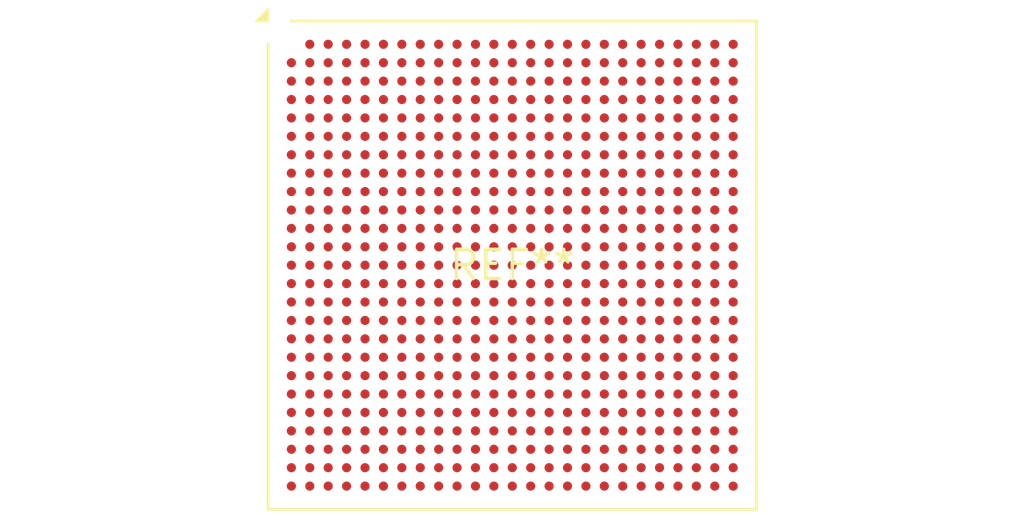
<source format=kicad_pcb>
(kicad_pcb (version 20240108) (generator pcbnew)
  (layers (0 "F.Cu" signal) (31 "B.Cu" signal) (34 "B.Paste" user) (35 "F.Paste" user) (36 "B.SilkS" user "B.Silkscreen") (37 "F.SilkS" user "F.Silkscreen") (38 "B.Mask" user) (39 "F.Mask" user) (44 "Edge.Cuts" user))
  (net 0 "")
  (footprint "BGA-624_21.0x21.0mm_Layout25x25_P0.8mm" (layer "F.Cu") (at 0 0)
    (property "Reference" "REF**")
    (property "Value" "BGA-624_21.0x21.0mm_Layout25x25_P0.8mm")
    (pad "A2" smd circle (at -8.8 -9.6) (size 0.4 0.4) (property pad_prop_bga) (layers "F.Cu" "F.Paste" "F.Mask"))
    (pad "A3" smd circle (at -8 -9.6) (size 0.4 0.4) (property pad_prop_bga) (layers "F.Cu" "F.Paste" "F.Mask"))
    (pad "A4" smd circle (at -7.2 -9.6) (size 0.4 0.4) (property pad_prop_bga) (layers "F.Cu" "F.Paste" "F.Mask"))
    (pad "A5" smd circle (at -6.4 -9.6) (size 0.4 0.4) (property pad_prop_bga) (layers "F.Cu" "F.Paste" "F.Mask"))
    (pad "A6" smd circle (at -5.6 -9.6) (size 0.4 0.4) (property pad_prop_bga) (layers "F.Cu" "F.Paste" "F.Mask"))
    (pad "A7" smd circle (at -4.8 -9.6) (size 0.4 0.4) (property pad_prop_bga) (layers "F.Cu" "F.Paste" "F.Mask"))
    (pad "A8" smd circle (at -4 -9.6) (size 0.4 0.4) (property pad_prop_bga) (layers "F.Cu" "F.Paste" "F.Mask"))
    (pad "A9" smd circle (at -3.2 -9.6) (size 0.4 0.4) (property pad_prop_bga) (layers "F.Cu" "F.Paste" "F.Mask"))
    (pad "A10" smd circle (at -2.4 -9.6) (size 0.4 0.4) (property pad_prop_bga) (layers "F.Cu" "F.Paste" "F.Mask"))
    (pad "A11" smd circle (at -1.6 -9.6) (size 0.4 0.4) (property pad_prop_bga) (layers "F.Cu" "F.Paste" "F.Mask"))
    (pad "A12" smd circle (at -0.8 -9.6) (size 0.4 0.4) (property pad_prop_bga) (layers "F.Cu" "F.Paste" "F.Mask"))
    (pad "A13" smd circle (at 0 -9.6) (size 0.4 0.4) (property pad_prop_bga) (layers "F.Cu" "F.Paste" "F.Mask"))
    (pad "A14" smd circle (at 0.8 -9.6) (size 0.4 0.4) (property pad_prop_bga) (layers "F.Cu" "F.Paste" "F.Mask"))
    (pad "A15" smd circle (at 1.6 -9.6) (size 0.4 0.4) (property pad_prop_bga) (layers "F.Cu" "F.Paste" "F.Mask"))
    (pad "A16" smd circle (at 2.4 -9.6) (size 0.4 0.4) (property pad_prop_bga) (layers "F.Cu" "F.Paste" "F.Mask"))
    (pad "A17" smd circle (at 3.2 -9.6) (size 0.4 0.4) (property pad_prop_bga) (layers "F.Cu" "F.Paste" "F.Mask"))
    (pad "A18" smd circle (at 4 -9.6) (size 0.4 0.4) (property pad_prop_bga) (layers "F.Cu" "F.Paste" "F.Mask"))
    (pad "A19" smd circle (at 4.8 -9.6) (size 0.4 0.4) (property pad_prop_bga) (layers "F.Cu" "F.Paste" "F.Mask"))
    (pad "A20" smd circle (at 5.6 -9.6) (size 0.4 0.4) (property pad_prop_bga) (layers "F.Cu" "F.Paste" "F.Mask"))
    (pad "A21" smd circle (at 6.4 -9.6) (size 0.4 0.4) (property pad_prop_bga) (layers "F.Cu" "F.Paste" "F.Mask"))
    (pad "A22" smd circle (at 7.2 -9.6) (size 0.4 0.4) (property pad_prop_bga) (layers "F.Cu" "F.Paste" "F.Mask"))
    (pad "A23" smd circle (at 8 -9.6) (size 0.4 0.4) (property pad_prop_bga) (layers "F.Cu" "F.Paste" "F.Mask"))
    (pad "A24" smd circle (at 8.8 -9.6) (size 0.4 0.4) (property pad_prop_bga) (layers "F.Cu" "F.Paste" "F.Mask"))
    (pad "A25" smd circle (at 9.6 -9.6) (size 0.4 0.4) (property pad_prop_bga) (layers "F.Cu" "F.Paste" "F.Mask"))
    (pad "AA1" smd circle (at -9.6 6.4) (size 0.4 0.4) (property pad_prop_bga) (layers "F.Cu" "F.Paste" "F.Mask"))
    (pad "AA2" smd circle (at -8.8 6.4) (size 0.4 0.4) (property pad_prop_bga) (layers "F.Cu" "F.Paste" "F.Mask"))
    (pad "AA3" smd circle (at -8 6.4) (size 0.4 0.4) (property pad_prop_bga) (layers "F.Cu" "F.Paste" "F.Mask"))
    (pad "AA4" smd circle (at -7.2 6.4) (size 0.4 0.4) (property pad_prop_bga) (layers "F.Cu" "F.Paste" "F.Mask"))
    (pad "AA5" smd circle (at -6.4 6.4) (size 0.4 0.4) (property pad_prop_bga) (layers "F.Cu" "F.Paste" "F.Mask"))
    (pad "AA6" smd circle (at -5.6 6.4) (size 0.4 0.4) (property pad_prop_bga) (layers "F.Cu" "F.Paste" "F.Mask"))
    (pad "AA7" smd circle (at -4.8 6.4) (size 0.4 0.4) (property pad_prop_bga) (layers "F.Cu" "F.Paste" "F.Mask"))
    (pad "AA8" smd circle (at -4 6.4) (size 0.4 0.4) (property pad_prop_bga) (layers "F.Cu" "F.Paste" "F.Mask"))
    (pad "AA9" smd circle (at -3.2 6.4) (size 0.4 0.4) (property pad_prop_bga) (layers "F.Cu" "F.Paste" "F.Mask"))
    (pad "AA10" smd circle (at -2.4 6.4) (size 0.4 0.4) (property pad_prop_bga) (layers "F.Cu" "F.Paste" "F.Mask"))
    (pad "AA11" smd circle (at -1.6 6.4) (size 0.4 0.4) (property pad_prop_bga) (layers "F.Cu" "F.Paste" "F.Mask"))
    (pad "AA12" smd circle (at -0.8 6.4) (size 0.4 0.4) (property pad_prop_bga) (layers "F.Cu" "F.Paste" "F.Mask"))
    (pad "AA13" smd circle (at 0 6.4) (size 0.4 0.4) (property pad_prop_bga) (layers "F.Cu" "F.Paste" "F.Mask"))
    (pad "AA14" smd circle (at 0.8 6.4) (size 0.4 0.4) (property pad_prop_bga) (layers "F.Cu" "F.Paste" "F.Mask"))
    (pad "AA15" smd circle (at 1.6 6.4) (size 0.4 0.4) (property pad_prop_bga) (layers "F.Cu" "F.Paste" "F.Mask"))
    (pad "AA16" smd circle (at 2.4 6.4) (size 0.4 0.4) (property pad_prop_bga) (layers "F.Cu" "F.Paste" "F.Mask"))
    (pad "AA17" smd circle (at 3.2 6.4) (size 0.4 0.4) (property pad_prop_bga) (layers "F.Cu" "F.Paste" "F.Mask"))
    (pad "AA18" smd circle (at 4 6.4) (size 0.4 0.4) (property pad_prop_bga) (layers "F.Cu" "F.Paste" "F.Mask"))
    (pad "AA19" smd circle (at 4.8 6.4) (size 0.4 0.4) (property pad_prop_bga) (layers "F.Cu" "F.Paste" "F.Mask"))
    (pad "AA20" smd circle (at 5.6 6.4) (size 0.4 0.4) (property pad_prop_bga) (layers "F.Cu" "F.Paste" "F.Mask"))
    (pad "AA21" smd circle (at 6.4 6.4) (size 0.4 0.4) (property pad_prop_bga) (layers "F.Cu" "F.Paste" "F.Mask"))
    (pad "AA22" smd circle (at 7.2 6.4) (size 0.4 0.4) (property pad_prop_bga) (layers "F.Cu" "F.Paste" "F.Mask"))
    (pad "AA23" smd circle (at 8 6.4) (size 0.4 0.4) (property pad_prop_bga) (layers "F.Cu" "F.Paste" "F.Mask"))
    (pad "AA24" smd circle (at 8.8 6.4) (size 0.4 0.4) (property pad_prop_bga) (layers "F.Cu" "F.Paste" "F.Mask"))
    (pad "AA25" smd circle (at 9.6 6.4) (size 0.4 0.4) (property pad_prop_bga) (layers "F.Cu" "F.Paste" "F.Mask"))
    (pad "AB1" smd circle (at -9.6 7.2) (size 0.4 0.4) (property pad_prop_bga) (layers "F.Cu" "F.Paste" "F.Mask"))
    (pad "AB2" smd circle (at -8.8 7.2) (size 0.4 0.4) (property pad_prop_bga) (layers "F.Cu" "F.Paste" "F.Mask"))
    (pad "AB3" smd circle (at -8 7.2) (size 0.4 0.4) (property pad_prop_bga) (layers "F.Cu" "F.Paste" "F.Mask"))
    (pad "AB4" smd circle (at -7.2 7.2) (size 0.4 0.4) (property pad_prop_bga) (layers "F.Cu" "F.Paste" "F.Mask"))
    (pad "AB5" smd circle (at -6.4 7.2) (size 0.4 0.4) (property pad_prop_bga) (layers "F.Cu" "F.Paste" "F.Mask"))
    (pad "AB6" smd circle (at -5.6 7.2) (size 0.4 0.4) (property pad_prop_bga) (layers "F.Cu" "F.Paste" "F.Mask"))
    (pad "AB7" smd circle (at -4.8 7.2) (size 0.4 0.4) (property pad_prop_bga) (layers "F.Cu" "F.Paste" "F.Mask"))
    (pad "AB8" smd circle (at -4 7.2) (size 0.4 0.4) (property pad_prop_bga) (layers "F.Cu" "F.Paste" "F.Mask"))
    (pad "AB9" smd circle (at -3.2 7.2) (size 0.4 0.4) (property pad_prop_bga) (layers "F.Cu" "F.Paste" "F.Mask"))
    (pad "AB10" smd circle (at -2.4 7.2) (size 0.4 0.4) (property pad_prop_bga) (layers "F.Cu" "F.Paste" "F.Mask"))
    (pad "AB11" smd circle (at -1.6 7.2) (size 0.4 0.4) (property pad_prop_bga) (layers "F.Cu" "F.Paste" "F.Mask"))
    (pad "AB12" smd circle (at -0.8 7.2) (size 0.4 0.4) (property pad_prop_bga) (layers "F.Cu" "F.Paste" "F.Mask"))
    (pad "AB13" smd circle (at 0 7.2) (size 0.4 0.4) (property pad_prop_bga) (layers "F.Cu" "F.Paste" "F.Mask"))
    (pad "AB14" smd circle (at 0.8 7.2) (size 0.4 0.4) (property pad_prop_bga) (layers "F.Cu" "F.Paste" "F.Mask"))
    (pad "AB15" smd circle (at 1.6 7.2) (size 0.4 0.4) (property pad_prop_bga) (layers "F.Cu" "F.Paste" "F.Mask"))
    (pad "AB16" smd circle (at 2.4 7.2) (size 0.4 0.4) (property pad_prop_bga) (layers "F.Cu" "F.Paste" "F.Mask"))
    (pad "AB17" smd circle (at 3.2 7.2) (size 0.4 0.4) (property pad_prop_bga) (layers "F.Cu" "F.Paste" "F.Mask"))
    (pad "AB18" smd circle (at 4 7.2) (size 0.4 0.4) (property pad_prop_bga) (layers "F.Cu" "F.Paste" "F.Mask"))
    (pad "AB19" smd circle (at 4.8 7.2) (size 0.4 0.4) (property pad_prop_bga) (layers "F.Cu" "F.Paste" "F.Mask"))
    (pad "AB20" smd circle (at 5.6 7.2) (size 0.4 0.4) (property pad_prop_bga) (layers "F.Cu" "F.Paste" "F.Mask"))
    (pad "AB21" smd circle (at 6.4 7.2) (size 0.4 0.4) (property pad_prop_bga) (layers "F.Cu" "F.Paste" "F.Mask"))
    (pad "AB22" smd circle (at 7.2 7.2) (size 0.4 0.4) (property pad_prop_bga) (layers "F.Cu" "F.Paste" "F.Mask"))
    (pad "AB23" smd circle (at 8 7.2) (size 0.4 0.4) (property pad_prop_bga) (layers "F.Cu" "F.Paste" "F.Mask"))
    (pad "AB24" smd circle (at 8.8 7.2) (size 0.4 0.4) (property pad_prop_bga) (layers "F.Cu" "F.Paste" "F.Mask"))
    (pad "AB25" smd circle (at 9.6 7.2) (size 0.4 0.4) (property pad_prop_bga) (layers "F.Cu" "F.Paste" "F.Mask"))
    (pad "AC1" smd circle (at -9.6 8) (size 0.4 0.4) (property pad_prop_bga) (layers "F.Cu" "F.Paste" "F.Mask"))
    (pad "AC2" smd circle (at -8.8 8) (size 0.4 0.4) (property pad_prop_bga) (layers "F.Cu" "F.Paste" "F.Mask"))
    (pad "AC3" smd circle (at -8 8) (size 0.4 0.4) (property pad_prop_bga) (layers "F.Cu" "F.Paste" "F.Mask"))
    (pad "AC4" smd circle (at -7.2 8) (size 0.4 0.4) (property pad_prop_bga) (layers "F.Cu" "F.Paste" "F.Mask"))
    (pad "AC5" smd circle (at -6.4 8) (size 0.4 0.4) (property pad_prop_bga) (layers "F.Cu" "F.Paste" "F.Mask"))
    (pad "AC6" smd circle (at -5.6 8) (size 0.4 0.4) (property pad_prop_bga) (layers "F.Cu" "F.Paste" "F.Mask"))
    (pad "AC7" smd circle (at -4.8 8) (size 0.4 0.4) (property pad_prop_bga) (layers "F.Cu" "F.Paste" "F.Mask"))
    (pad "AC8" smd circle (at -4 8) (size 0.4 0.4) (property pad_prop_bga) (layers "F.Cu" "F.Paste" "F.Mask"))
    (pad "AC9" smd circle (at -3.2 8) (size 0.4 0.4) (property pad_prop_bga) (layers "F.Cu" "F.Paste" "F.Mask"))
    (pad "AC10" smd circle (at -2.4 8) (size 0.4 0.4) (property pad_prop_bga) (layers "F.Cu" "F.Paste" "F.Mask"))
    (pad "AC11" smd circle (at -1.6 8) (size 0.4 0.4) (property pad_prop_bga) (layers "F.Cu" "F.Paste" "F.Mask"))
    (pad "AC12" smd circle (at -0.8 8) (size 0.4 0.4) (property pad_prop_bga) (layers "F.Cu" "F.Paste" "F.Mask"))
    (pad "AC13" smd circle (at 0 8) (size 0.4 0.4) (property pad_prop_bga) (layers "F.Cu" "F.Paste" "F.Mask"))
    (pad "AC14" smd circle (at 0.8 8) (size 0.4 0.4) (property pad_prop_bga) (layers "F.Cu" "F.Paste" "F.Mask"))
    (pad "AC15" smd circle (at 1.6 8) (size 0.4 0.4) (property pad_prop_bga) (layers "F.Cu" "F.Paste" "F.Mask"))
    (pad "AC16" smd circle (at 2.4 8) (size 0.4 0.4) (property pad_prop_bga) (layers "F.Cu" "F.Paste" "F.Mask"))
    (pad "AC17" smd circle (at 3.2 8) (size 0.4 0.4) (property pad_prop_bga) (layers "F.Cu" "F.Paste" "F.Mask"))
    (pad "AC18" smd circle (at 4 8) (size 0.4 0.4) (property pad_prop_bga) (layers "F.Cu" "F.Paste" "F.Mask"))
    (pad "AC19" smd circle (at 4.8 8) (size 0.4 0.4) (property pad_prop_bga) (layers "F.Cu" "F.Paste" "F.Mask"))
    (pad "AC20" smd circle (at 5.6 8) (size 0.4 0.4) (property pad_prop_bga) (layers "F.Cu" "F.Paste" "F.Mask"))
    (pad "AC21" smd circle (at 6.4 8) (size 0.4 0.4) (property pad_prop_bga) (layers "F.Cu" "F.Paste" "F.Mask"))
    (pad "AC22" smd circle (at 7.2 8) (size 0.4 0.4) (property pad_prop_bga) (layers "F.Cu" "F.Paste" "F.Mask"))
    (pad "AC23" smd circle (at 8 8) (size 0.4 0.4) (property pad_prop_bga) (layers "F.Cu" "F.Paste" "F.Mask"))
    (pad "AC24" smd circle (at 8.8 8) (size 0.4 0.4) (property pad_prop_bga) (layers "F.Cu" "F.Paste" "F.Mask"))
    (pad "AC25" smd circle (at 9.6 8) (size 0.4 0.4) (property pad_prop_bga) (layers "F.Cu" "F.Paste" "F.Mask"))
    (pad "AD1" smd circle (at -9.6 8.8) (size 0.4 0.4) (property pad_prop_bga) (layers "F.Cu" "F.Paste" "F.Mask"))
    (pad "AD2" smd circle (at -8.8 8.8) (size 0.4 0.4) (property pad_prop_bga) (layers "F.Cu" "F.Paste" "F.Mask"))
    (pad "AD3" smd circle (at -8 8.8) (size 0.4 0.4) (property pad_prop_bga) (layers "F.Cu" "F.Paste" "F.Mask"))
    (pad "AD4" smd circle (at -7.2 8.8) (size 0.4 0.4) (property pad_prop_bga) (layers "F.Cu" "F.Paste" "F.Mask"))
    (pad "AD5" smd circle (at -6.4 8.8) (size 0.4 0.4) (property pad_prop_bga) (layers "F.Cu" "F.Paste" "F.Mask"))
    (pad "AD6" smd circle (at -5.6 8.8) (size 0.4 0.4) (property pad_prop_bga) (layers "F.Cu" "F.Paste" "F.Mask"))
    (pad "AD7" smd circle (at -4.8 8.8) (size 0.4 0.4) (property pad_prop_bga) (layers "F.Cu" "F.Paste" "F.Mask"))
    (pad "AD8" smd circle (at -4 8.8) (size 0.4 0.4) (property pad_prop_bga) (layers "F.Cu" "F.Paste" "F.Mask"))
    (pad "AD9" smd circle (at -3.2 8.8) (size 0.4 0.4) (property pad_prop_bga) (layers "F.Cu" "F.Paste" "F.Mask"))
    (pad "AD10" smd circle (at -2.4 8.8) (size 0.4 0.4) (property pad_prop_bga) (layers "F.Cu" "F.Paste" "F.Mask"))
    (pad "AD11" smd circle (at -1.6 8.8) (size 0.4 0.4) (property pad_prop_bga) (layers "F.Cu" "F.Paste" "F.Mask"))
    (pad "AD12" smd circle (at -0.8 8.8) (size 0.4 0.4) (property pad_prop_bga) (layers "F.Cu" "F.Paste" "F.Mask"))
    (pad "AD13" smd circle (at 0 8.8) (size 0.4 0.4) (property pad_prop_bga) (layers "F.Cu" "F.Paste" "F.Mask"))
    (pad "AD14" smd circle (at 0.8 8.8) (size 0.4 0.4) (property pad_prop_bga) (layers "F.Cu" "F.Paste" "F.Mask"))
    (pad "AD15" smd circle (at 1.6 8.8) (size 0.4 0.4) (property pad_prop_bga) (layers "F.Cu" "F.Paste" "F.Mask"))
    (pad "AD16" smd circle (at 2.4 8.8) (size 0.4 0.4) (property pad_prop_bga) (layers "F.Cu" "F.Paste" "F.Mask"))
    (pad "AD17" smd circle (at 3.2 8.8) (size 0.4 0.4) (property pad_prop_bga) (layers "F.Cu" "F.Paste" "F.Mask"))
    (pad "AD18" smd circle (at 4 8.8) (size 0.4 0.4) (property pad_prop_bga) (layers "F.Cu" "F.Paste" "F.Mask"))
    (pad "AD19" smd circle (at 4.8 8.8) (size 0.4 0.4) (property pad_prop_bga) (layers "F.Cu" "F.Paste" "F.Mask"))
    (pad "AD20" smd circle (at 5.6 8.8) (size 0.4 0.4) (property pad_prop_bga) (layers "F.Cu" "F.Paste" "F.Mask"))
    (pad "AD21" smd circle (at 6.4 8.8) (size 0.4 0.4) (property pad_prop_bga) (layers "F.Cu" "F.Paste" "F.Mask"))
    (pad "AD22" smd circle (at 7.2 8.8) (size 0.4 0.4) (property pad_prop_bga) (layers "F.Cu" "F.Paste" "F.Mask"))
    (pad "AD23" smd circle (at 8 8.8) (size 0.4 0.4) (property pad_prop_bga) (layers "F.Cu" "F.Paste" "F.Mask"))
    (pad "AD24" smd circle (at 8.8 8.8) (size 0.4 0.4) (property pad_prop_bga) (layers "F.Cu" "F.Paste" "F.Mask"))
    (pad "AD25" smd circle (at 9.6 8.8) (size 0.4 0.4) (property pad_prop_bga) (layers "F.Cu" "F.Paste" "F.Mask"))
    (pad "AE1" smd circle (at -9.6 9.6) (size 0.4 0.4) (property pad_prop_bga) (layers "F.Cu" "F.Paste" "F.Mask"))
    (pad "AE2" smd circle (at -8.8 9.6) (size 0.4 0.4) (property pad_prop_bga) (layers "F.Cu" "F.Paste" "F.Mask"))
    (pad "AE3" smd circle (at -8 9.6) (size 0.4 0.4) (property pad_prop_bga) (layers "F.Cu" "F.Paste" "F.Mask"))
    (pad "AE4" smd circle (at -7.2 9.6) (size 0.4 0.4) (property pad_prop_bga) (layers "F.Cu" "F.Paste" "F.Mask"))
    (pad "AE5" smd circle (at -6.4 9.6) (size 0.4 0.4) (property pad_prop_bga) (layers "F.Cu" "F.Paste" "F.Mask"))
    (pad "AE6" smd circle (at -5.6 9.6) (size 0.4 0.4) (property pad_prop_bga) (layers "F.Cu" "F.Paste" "F.Mask"))
    (pad "AE7" smd circle (at -4.8 9.6) (size 0.4 0.4) (property pad_prop_bga) (layers "F.Cu" "F.Paste" "F.Mask"))
    (pad "AE8" smd circle (at -4 9.6) (size 0.4 0.4) (property pad_prop_bga) (layers "F.Cu" "F.Paste" "F.Mask"))
    (pad "AE9" smd circle (at -3.2 9.6) (size 0.4 0.4) (property pad_prop_bga) (layers "F.Cu" "F.Paste" "F.Mask"))
    (pad "AE10" smd circle (at -2.4 9.6) (size 0.4 0.4) (property pad_prop_bga) (layers "F.Cu" "F.Paste" "F.Mask"))
    (pad "AE11" smd circle (at -1.6 9.6) (size 0.4 0.4) (property pad_prop_bga) (layers "F.Cu" "F.Paste" "F.Mask"))
    (pad "AE12" smd circle (at -0.8 9.6) (size 0.4 0.4) (property pad_prop_bga) (layers "F.Cu" "F.Paste" "F.Mask"))
    (pad "AE13" smd circle (at 0 9.6) (size 0.4 0.4) (property pad_prop_bga) (layers "F.Cu" "F.Paste" "F.Mask"))
    (pad "AE14" smd circle (at 0.8 9.6) (size 0.4 0.4) (property pad_prop_bga) (layers "F.Cu" "F.Paste" "F.Mask"))
    (pad "AE15" smd circle (at 1.6 9.6) (size 0.4 0.4) (property pad_prop_bga) (layers "F.Cu" "F.Paste" "F.Mask"))
    (pad "AE16" smd circle (at 2.4 9.6) (size 0.4 0.4) (property pad_prop_bga) (layers "F.Cu" "F.Paste" "F.Mask"))
    (pad "AE17" smd circle (at 3.2 9.6) (size 0.4 0.4) (property pad_prop_bga) (layers "F.Cu" "F.Paste" "F.Mask"))
    (pad "AE18" smd circle (at 4 9.6) (size 0.4 0.4) (property pad_prop_bga) (layers "F.Cu" "F.Paste" "F.Mask"))
    (pad "AE19" smd circle (at 4.8 9.6) (size 0.4 0.4) (property pad_prop_bga) (layers "F.Cu" "F.Paste" "F.Mask"))
    (pad "AE20" smd circle (at 5.6 9.6) (size 0.4 0.4) (property pad_prop_bga) (layers "F.Cu" "F.Paste" "F.Mask"))
    (pad "AE21" smd circle (at 6.4 9.6) (size 0.4 0.4) (property pad_prop_bga) (layers "F.Cu" "F.Paste" "F.Mask"))
    (pad "AE22" smd circle (at 7.2 9.6) (size 0.4 0.4) (property pad_prop_bga) (layers "F.Cu" "F.Paste" "F.Mask"))
    (pad "AE23" smd circle (at 8 9.6) (size 0.4 0.4) (property pad_prop_bga) (layers "F.Cu" "F.Paste" "F.Mask"))
    (pad "AE24" smd circle (at 8.8 9.6) (size 0.4 0.4) (property pad_prop_bga) (layers "F.Cu" "F.Paste" "F.Mask"))
    (pad "AE25" smd circle (at 9.6 9.6) (size 0.4 0.4) (property pad_prop_bga) (layers "F.Cu" "F.Paste" "F.Mask"))
    (pad "B1" smd circle (at -9.6 -8.8) (size 0.4 0.4) (property pad_prop_bga) (layers "F.Cu" "F.Paste" "F.Mask"))
    (pad "B2" smd circle (at -8.8 -8.8) (size 0.4 0.4) (property pad_prop_bga) (layers "F.Cu" "F.Paste" "F.Mask"))
    (pad "B3" smd circle (at -8 -8.8) (size 0.4 0.4) (property pad_prop_bga) (layers "F.Cu" "F.Paste" "F.Mask"))
    (pad "B4" smd circle (at -7.2 -8.8) (size 0.4 0.4) (property pad_prop_bga) (layers "F.Cu" "F.Paste" "F.Mask"))
    (pad "B5" smd circle (at -6.4 -8.8) (size 0.4 0.4) (property pad_prop_bga) (layers "F.Cu" "F.Paste" "F.Mask"))
    (pad "B6" smd circle (at -5.6 -8.8) (size 0.4 0.4) (property pad_prop_bga) (layers "F.Cu" "F.Paste" "F.Mask"))
    (pad "B7" smd circle (at -4.8 -8.8) (size 0.4 0.4) (property pad_prop_bga) (layers "F.Cu" "F.Paste" "F.Mask"))
    (pad "B8" smd circle (at -4 -8.8) (size 0.4 0.4) (property pad_prop_bga) (layers "F.Cu" "F.Paste" "F.Mask"))
    (pad "B9" smd circle (at -3.2 -8.8) (size 0.4 0.4) (property pad_prop_bga) (layers "F.Cu" "F.Paste" "F.Mask"))
    (pad "B10" smd circle (at -2.4 -8.8) (size 0.4 0.4) (property pad_prop_bga) (layers "F.Cu" "F.Paste" "F.Mask"))
    (pad "B11" smd circle (at -1.6 -8.8) (size 0.4 0.4) (property pad_prop_bga) (layers "F.Cu" "F.Paste" "F.Mask"))
    (pad "B12" smd circle (at -0.8 -8.8) (size 0.4 0.4) (property pad_prop_bga) (layers "F.Cu" "F.Paste" "F.Mask"))
    (pad "B13" smd circle (at 0 -8.8) (size 0.4 0.4) (property pad_prop_bga) (layers "F.Cu" "F.Paste" "F.Mask"))
    (pad "B14" smd circle (at 0.8 -8.8) (size 0.4 0.4) (property pad_prop_bga) (layers "F.Cu" "F.Paste" "F.Mask"))
    (pad "B15" smd circle (at 1.6 -8.8) (size 0.4 0.4) (property pad_prop_bga) (layers "F.Cu" "F.Paste" "F.Mask"))
    (pad "B16" smd circle (at 2.4 -8.8) (size 0.4 0.4) (property pad_prop_bga) (layers "F.Cu" "F.Paste" "F.Mask"))
    (pad "B17" smd circle (at 3.2 -8.8) (size 0.4 0.4) (property pad_prop_bga) (layers "F.Cu" "F.Paste" "F.Mask"))
    (pad "B18" smd circle (at 4 -8.8) (size 0.4 0.4) (property pad_prop_bga) (layers "F.Cu" "F.Paste" "F.Mask"))
    (pad "B19" smd circle (at 4.8 -8.8) (size 0.4 0.4) (property pad_prop_bga) (layers "F.Cu" "F.Paste" "F.Mask"))
    (pad "B20" smd circle (at 5.6 -8.8) (size 0.4 0.4) (property pad_prop_bga) (layers "F.Cu" "F.Paste" "F.Mask"))
    (pad "B21" smd circle (at 6.4 -8.8) (size 0.4 0.4) (property pad_prop_bga) (layers "F.Cu" "F.Paste" "F.Mask"))
    (pad "B22" smd circle (at 7.2 -8.8) (size 0.4 0.4) (property pad_prop_bga) (layers "F.Cu" "F.Paste" "F.Mask"))
    (pad "B23" smd circle (at 8 -8.8) (size 0.4 0.4) (property pad_prop_bga) (layers "F.Cu" "F.Paste" "F.Mask"))
    (pad "B24" smd circle (at 8.8 -8.8) (size 0.4 0.4) (property pad_prop_bga) (layers "F.Cu" "F.Paste" "F.Mask"))
    (pad "B25" smd circle (at 9.6 -8.8) (size 0.4 0.4) (property pad_prop_bga) (layers "F.Cu" "F.Paste" "F.Mask"))
    (pad "C1" smd circle (at -9.6 -8) (size 0.4 0.4) (property pad_prop_bga) (layers "F.Cu" "F.Paste" "F.Mask"))
    (pad "C2" smd circle (at -8.8 -8) (size 0.4 0.4) (property pad_prop_bga) (layers "F.Cu" "F.Paste" "F.Mask"))
    (pad "C3" smd circle (at -8 -8) (size 0.4 0.4) (property pad_prop_bga) (layers "F.Cu" "F.Paste" "F.Mask"))
    (pad "C4" smd circle (at -7.2 -8) (size 0.4 0.4) (property pad_prop_bga) (layers "F.Cu" "F.Paste" "F.Mask"))
    (pad "C5" smd circle (at -6.4 -8) (size 0.4 0.4) (property pad_prop_bga) (layers "F.Cu" "F.Paste" "F.Mask"))
    (pad "C6" smd circle (at -5.6 -8) (size 0.4 0.4) (property pad_prop_bga) (layers "F.Cu" "F.Paste" "F.Mask"))
    (pad "C7" smd circle (at -4.8 -8) (size 0.4 0.4) (property pad_prop_bga) (layers "F.Cu" "F.Paste" "F.Mask"))
    (pad "C8" smd circle (at -4 -8) (size 0.4 0.4) (property pad_prop_bga) (layers "F.Cu" "F.Paste" "F.Mask"))
    (pad "C9" smd circle (at -3.2 -8) (size 0.4 0.4) (property pad_prop_bga) (layers "F.Cu" "F.Paste" "F.Mask"))
    (pad "C10" smd circle (at -2.4 -8) (size 0.4 0.4) (property pad_prop_bga) (layers "F.Cu" "F.Paste" "F.Mask"))
    (pad "C11" smd circle (at -1.6 -8) (size 0.4 0.4) (property pad_prop_bga) (layers "F.Cu" "F.Paste" "F.Mask"))
    (pad "C12" smd circle (at -0.8 -8) (size 0.4 0.4) (property pad_prop_bga) (layers "F.Cu" "F.Paste" "F.Mask"))
    (pad "C13" smd circle (at 0 -8) (size 0.4 0.4) (property pad_prop_bga) (layers "F.Cu" "F.Paste" "F.Mask"))
    (pad "C14" smd circle (at 0.8 -8) (size 0.4 0.4) (property pad_prop_bga) (layers "F.Cu" "F.Paste" "F.Mask"))
    (pad "C15" smd circle (at 1.6 -8) (size 0.4 0.4) (property pad_prop_bga) (layers "F.Cu" "F.Paste" "F.Mask"))
    (pad "C16" smd circle (at 2.4 -8) (size 0.4 0.4) (property pad_prop_bga) (layers "F.Cu" "F.Paste" "F.Mask"))
    (pad "C17" smd circle (at 3.2 -8) (size 0.4 0.4) (property pad_prop_bga) (layers "F.Cu" "F.Paste" "F.Mask"))
    (pad "C18" smd circle (at 4 -8) (size 0.4 0.4) (property pad_prop_bga) (layers "F.Cu" "F.Paste" "F.Mask"))
    (pad "C19" smd circle (at 4.8 -8) (size 0.4 0.4) (property pad_prop_bga) (layers "F.Cu" "F.Paste" "F.Mask"))
    (pad "C20" smd circle (at 5.6 -8) (size 0.4 0.4) (property pad_prop_bga) (layers "F.Cu" "F.Paste" "F.Mask"))
    (pad "C21" smd circle (at 6.4 -8) (size 0.4 0.4) (property pad_prop_bga) (layers "F.Cu" "F.Paste" "F.Mask"))
    (pad "C22" smd circle (at 7.2 -8) (size 0.4 0.4) (property pad_prop_bga) (layers "F.Cu" "F.Paste" "F.Mask"))
    (pad "C23" smd circle (at 8 -8) (size 0.4 0.4) (property pad_prop_bga) (layers "F.Cu" "F.Paste" "F.Mask"))
    (pad "C24" smd circle (at 8.8 -8) (size 0.4 0.4) (property pad_prop_bga) (layers "F.Cu" "F.Paste" "F.Mask"))
    (pad "C25" smd circle (at 9.6 -8) (size 0.4 0.4) (property pad_prop_bga) (layers "F.Cu" "F.Paste" "F.Mask"))
    (pad "D1" smd circle (at -9.6 -7.2) (size 0.4 0.4) (property pad_prop_bga) (layers "F.Cu" "F.Paste" "F.Mask"))
    (pad "D2" smd circle (at -8.8 -7.2) (size 0.4 0.4) (property pad_prop_bga) (layers "F.Cu" "F.Paste" "F.Mask"))
    (pad "D3" smd circle (at -8 -7.2) (size 0.4 0.4) (property pad_prop_bga) (layers "F.Cu" "F.Paste" "F.Mask"))
    (pad "D4" smd circle (at -7.2 -7.2) (size 0.4 0.4) (property pad_prop_bga) (layers "F.Cu" "F.Paste" "F.Mask"))
    (pad "D5" smd circle (at -6.4 -7.2) (size 0.4 0.4) (property pad_prop_bga) (layers "F.Cu" "F.Paste" "F.Mask"))
    (pad "D6" smd circle (at -5.6 -7.2) (size 0.4 0.4) (property pad_prop_bga) (layers "F.Cu" "F.Paste" "F.Mask"))
    (pad "D7" smd circle (at -4.8 -7.2) (size 0.4 0.4) (property pad_prop_bga) (layers "F.Cu" "F.Paste" "F.Mask"))
    (pad "D8" smd circle (at -4 -7.2) (size 0.4 0.4) (property pad_prop_bga) (layers "F.Cu" "F.Paste" "F.Mask"))
    (pad "D9" smd circle (at -3.2 -7.2) (size 0.4 0.4) (property pad_prop_bga) (layers "F.Cu" "F.Paste" "F.Mask"))
    (pad "D10" smd circle (at -2.4 -7.2) (size 0.4 0.4) (property pad_prop_bga) (layers "F.Cu" "F.Paste" "F.Mask"))
    (pad "D11" smd circle (at -1.6 -7.2) (size 0.4 0.4) (property pad_prop_bga) (layers "F.Cu" "F.Paste" "F.Mask"))
    (pad "D12" smd circle (at -0.8 -7.2) (size 0.4 0.4) (property pad_prop_bga) (layers "F.Cu" "F.Paste" "F.Mask"))
    (pad "D13" smd circle (at 0 -7.2) (size 0.4 0.4) (property pad_prop_bga) (layers "F.Cu" "F.Paste" "F.Mask"))
    (pad "D14" smd circle (at 0.8 -7.2) (size 0.4 0.4) (property pad_prop_bga) (layers "F.Cu" "F.Paste" "F.Mask"))
    (pad "D15" smd circle (at 1.6 -7.2) (size 0.4 0.4) (property pad_prop_bga) (layers "F.Cu" "F.Paste" "F.Mask"))
    (pad "D16" smd circle (at 2.4 -7.2) (size 0.4 0.4) (property pad_prop_bga) (layers "F.Cu" "F.Paste" "F.Mask"))
    (pad "D17" smd circle (at 3.2 -7.2) (size 0.4 0.4) (property pad_prop_bga) (layers "F.Cu" "F.Paste" "F.Mask"))
    (pad "D18" smd circle (at 4 -7.2) (size 0.4 0.4) (property pad_prop_bga) (layers "F.Cu" "F.Paste" "F.Mask"))
    (pad "D19" smd circle (at 4.8 -7.2) (size 0.4 0.4) (property pad_prop_bga) (layers "F.Cu" "F.Paste" "F.Mask"))
    (pad "D20" smd circle (at 5.6 -7.2) (size 0.4 0.4) (property pad_prop_bga) (layers "F.Cu" "F.Paste" "F.Mask"))
    (pad "D21" smd circle (at 6.4 -7.2) (size 0.4 0.4) (property pad_prop_bga) (layers "F.Cu" "F.Paste" "F.Mask"))
    (pad "D22" smd circle (at 7.2 -7.2) (size 0.4 0.4) (property pad_prop_bga) (layers "F.Cu" "F.Paste" "F.Mask"))
    (pad "D23" smd circle (at 8 -7.2) (size 0.4 0.4) (property pad_prop_bga) (layers "F.Cu" "F.Paste" "F.Mask"))
    (pad "D24" smd circle (at 8.8 -7.2) (size 0.4 0.4) (property pad_prop_bga) (layers "F.Cu" "F.Paste" "F.Mask"))
    (pad "D25" smd circle (at 9.6 -7.2) (size 0.4 0.4) (property pad_prop_bga) (layers "F.Cu" "F.Paste" "F.Mask"))
    (pad "E1" smd circle (at -9.6 -6.4) (size 0.4 0.4) (property pad_prop_bga) (layers "F.Cu" "F.Paste" "F.Mask"))
    (pad "E2" smd circle (at -8.8 -6.4) (size 0.4 0.4) (property pad_prop_bga) (layers "F.Cu" "F.Paste" "F.Mask"))
    (pad "E3" smd circle (at -8 -6.4) (size 0.4 0.4) (property pad_prop_bga) (layers "F.Cu" "F.Paste" "F.Mask"))
    (pad "E4" smd circle (at -7.2 -6.4) (size 0.4 0.4) (property pad_prop_bga) (layers "F.Cu" "F.Paste" "F.Mask"))
    (pad "E5" smd circle (at -6.4 -6.4) (size 0.4 0.4) (property pad_prop_bga) (layers "F.Cu" "F.Paste" "F.Mask"))
    (pad "E6" smd circle (at -5.6 -6.4) (size 0.4 0.4) (property pad_prop_bga) (layers "F.Cu" "F.Paste" "F.Mask"))
    (pad "E7" smd circle (at -4.8 -6.4) (size 0.4 0.4) (property pad_prop_bga) (layers "F.Cu" "F.Paste" "F.Mask"))
    (pad "E8" smd circle (at -4 -6.4) (size 0.4 0.4) (property pad_prop_bga) (layers "F.Cu" "F.Paste" "F.Mask"))
    (pad "E9" smd circle (at -3.2 -6.4) (size 0.4 0.4) (property pad_prop_bga) (layers "F.Cu" "F.Paste" "F.Mask"))
    (pad "E10" smd circle (at -2.4 -6.4) (size 0.4 0.4) (property pad_prop_bga) (layers "F.Cu" "F.Paste" "F.Mask"))
    (pad "E11" smd circle (at -1.6 -6.4) (size 0.4 0.4) (property pad_prop_bga) (layers "F.Cu" "F.Paste" "F.Mask"))
    (pad "E12" smd circle (at -0.8 -6.4) (size 0.4 0.4) (property pad_prop_bga) (layers "F.Cu" "F.Paste" "F.Mask"))
    (pad "E13" smd circle (at 0 -6.4) (size 0.4 0.4) (property pad_prop_bga) (layers "F.Cu" "F.Paste" "F.Mask"))
    (pad "E14" smd circle (at 0.8 -6.4) (size 0.4 0.4) (property pad_prop_bga) (layers "F.Cu" "F.Paste" "F.Mask"))
    (pad "E15" smd circle (at 1.6 -6.4) (size 0.4 0.4) (property pad_prop_bga) (layers "F.Cu" "F.Paste" "F.Mask"))
    (pad "E16" smd circle (at 2.4 -6.4) (size 0.4 0.4) (property pad_prop_bga) (layers "F.Cu" "F.Paste" "F.Mask"))
    (pad "E17" smd circle (at 3.2 -6.4) (size 0.4 0.4) (property pad_prop_bga) (layers "F.Cu" "F.Paste" "F.Mask"))
    (pad "E18" smd circle (at 4 -6.4) (size 0.4 0.4) (property pad_prop_bga) (layers "F.Cu" "F.Paste" "F.Mask"))
    (pad "E19" smd circle (at 4.8 -6.4) (size 0.4 0.4) (property pad_prop_bga) (layers "F.Cu" "F.Paste" "F.Mask"))
    (pad "E20" smd circle (at 5.6 -6.4) (size 0.4 0.4) (property pad_prop_bga) (layers "F.Cu" "F.Paste" "F.Mask"))
    (pad "E21" smd circle (at 6.4 -6.4) (size 0.4 0.4) (property pad_prop_bga) (layers "F.Cu" "F.Paste" "F.Mask"))
    (pad "E22" smd circle (at 7.2 -6.4) (size 0.4 0.4) (property pad_prop_bga) (layers "F.Cu" "F.Paste" "F.Mask"))
    (pad "E23" smd circle (at 8 -6.4) (size 0.4 0.4) (property pad_prop_bga) (layers "F.Cu" "F.Paste" "F.Mask"))
    (pad "E24" smd circle (at 8.8 -6.4) (size 0.4 0.4) (property pad_prop_bga) (layers "F.Cu" "F.Paste" "F.Mask"))
    (pad "E25" smd circle (at 9.6 -6.4) (size 0.4 0.4) (property pad_prop_bga) (layers "F.Cu" "F.Paste" "F.Mask"))
    (pad "F1" smd circle (at -9.6 -5.6) (size 0.4 0.4) (property pad_prop_bga) (layers "F.Cu" "F.Paste" "F.Mask"))
    (pad "F2" smd circle (at -8.8 -5.6) (size 0.4 0.4) (property pad_prop_bga) (layers "F.Cu" "F.Paste" "F.Mask"))
    (pad "F3" smd circle (at -8 -5.6) (size 0.4 0.4) (property pad_prop_bga) (layers "F.Cu" "F.Paste" "F.Mask"))
    (pad "F4" smd circle (at -7.2 -5.6) (size 0.4 0.4) (property pad_prop_bga) (layers "F.Cu" "F.Paste" "F.Mask"))
    (pad "F5" smd circle (at -6.4 -5.6) (size 0.4 0.4) (property pad_prop_bga) (layers "F.Cu" "F.Paste" "F.Mask"))
    (pad "F6" smd circle (at -5.6 -5.6) (size 0.4 0.4) (property pad_prop_bga) (layers "F.Cu" "F.Paste" "F.Mask"))
    (pad "F7" smd circle (at -4.8 -5.6) (size 0.4 0.4) (property pad_prop_bga) (layers "F.Cu" "F.Paste" "F.Mask"))
    (pad "F8" smd circle (at -4 -5.6) (size 0.4 0.4) (property pad_prop_bga) (layers "F.Cu" "F.Paste" "F.Mask"))
    (pad "F9" smd circle (at -3.2 -5.6) (size 0.4 0.4) (property pad_prop_bga) (layers "F.Cu" "F.Paste" "F.Mask"))
    (pad "F10" smd circle (at -2.4 -5.6) (size 0.4 0.4) (property pad_prop_bga) (layers "F.Cu" "F.Paste" "F.Mask"))
    (pad "F11" smd circle (at -1.6 -5.6) (size 0.4 0.4) (property pad_prop_bga) (layers "F.Cu" "F.Paste" "F.Mask"))
    (pad "F12" smd circle (at -0.8 -5.6) (size 0.4 0.4) (property pad_prop_bga) (layers "F.Cu" "F.Paste" "F.Mask"))
    (pad "F13" smd circle (at 0 -5.6) (size 0.4 0.4) (property pad_prop_bga) (layers "F.Cu" "F.Paste" "F.Mask"))
    (pad "F14" smd circle (at 0.8 -5.6) (size 0.4 0.4) (property pad_prop_bga) (layers "F.Cu" "F.Paste" "F.Mask"))
    (pad "F15" smd circle (at 1.6 -5.6) (size 0.4 0.4) (property pad_prop_bga) (layers "F.Cu" "F.Paste" "F.Mask"))
    (pad "F16" smd circle (at 2.4 -5.6) (size 0.4 0.4) (property pad_prop_bga) (layers "F.Cu" "F.Paste" "F.Mask"))
    (pad "F17" smd circle (at 3.2 -5.6) (size 0.4 0.4) (property pad_prop_bga) (layers "F.Cu" "F.Paste" "F.Mask"))
    (pad "F18" smd circle (at 4 -5.6) (size 0.4 0.4) (property pad_prop_bga) (layers "F.Cu" "F.Paste" "F.Mask"))
    (pad "F19" smd circle (at 4.8 -5.6) (size 0.4 0.4) (property pad_prop_bga) (layers "F.Cu" "F.Paste" "F.Mask"))
    (pad "F20" smd circle (at 5.6 -5.6) (size 0.4 0.4) (property pad_prop_bga) (layers "F.Cu" "F.Paste" "F.Mask"))
    (pad "F21" smd circle (at 6.4 -5.6) (size 0.4 0.4) (property pad_prop_bga) (layers "F.Cu" "F.Paste" "F.Mask"))
    (pad "F22" smd circle (at 7.2 -5.6) (size 0.4 0.4) (property pad_prop_bga) (layers "F.Cu" "F.Paste" "F.Mask"))
    (pad "F23" smd circle (at 8 -5.6) (size 0.4 0.4) (property pad_prop_bga) (layers "F.Cu" "F.Paste" "F.Mask"))
    (pad "F24" smd circle (at 8.8 -5.6) (size 0.4 0.4) (property pad_prop_bga) (layers "F.Cu" "F.Paste" "F.Mask"))
    (pad "F25" smd circle (at 9.6 -5.6) (size 0.4 0.4) (property pad_prop_bga) (layers "F.Cu" "F.Paste" "F.Mask"))
    (pad "G1" smd circle (at -9.6 -4.8) (size 0.4 0.4) (property pad_prop_bga) (layers "F.Cu" "F.Paste" "F.Mask"))
    (pad "G2" smd circle (at -8.8 -4.8) (size 0.4 0.4) (property pad_prop_bga) (layers "F.Cu" "F.Paste" "F.Mask"))
    (pad "G3" smd circle (at -8 -4.8) (size 0.4 0.4) (property pad_prop_bga) (layers "F.Cu" "F.Paste" "F.Mask"))
    (pad "G4" smd circle (at -7.2 -4.8) (size 0.4 0.4) (property pad_prop_bga) (layers "F.Cu" "F.Paste" "F.Mask"))
    (pad "G5" smd circle (at -6.4 -4.8) (size 0.4 0.4) (property pad_prop_bga) (layers "F.Cu" "F.Paste" "F.Mask"))
    (pad "G6" smd circle (at -5.6 -4.8) (size 0.4 0.4) (property pad_prop_bga) (layers "F.Cu" "F.Paste" "F.Mask"))
    (pad "G7" smd circle (at -4.8 -4.8) (size 0.4 0.4) (property pad_prop_bga) (layers "F.Cu" "F.Paste" "F.Mask"))
    (pad "G8" smd circle (at -4 -4.8) (size 0.4 0.4) (property pad_prop_bga) (layers "F.Cu" "F.Paste" "F.Mask"))
    (pad "G9" smd circle (at -3.2 -4.8) (size 0.4 0.4) (property pad_prop_bga) (layers "F.Cu" "F.Paste" "F.Mask"))
    (pad "G10" smd circle (at -2.4 -4.8) (size 0.4 0.4) (property pad_prop_bga) (layers "F.Cu" "F.Paste" "F.Mask"))
    (pad "G11" smd circle (at -1.6 -4.8) (size 0.4 0.4) (property pad_prop_bga) (layers "F.Cu" "F.Paste" "F.Mask"))
    (pad "G12" smd circle (at -0.8 -4.8) (size 0.4 0.4) (property pad_prop_bga) (layers "F.Cu" "F.Paste" "F.Mask"))
    (pad "G13" smd circle (at 0 -4.8) (size 0.4 0.4) (property pad_prop_bga) (layers "F.Cu" "F.Paste" "F.Mask"))
    (pad "G14" smd circle (at 0.8 -4.8) (size 0.4 0.4) (property pad_prop_bga) (layers "F.Cu" "F.Paste" "F.Mask"))
    (pad "G15" smd circle (at 1.6 -4.8) (size 0.4 0.4) (property pad_prop_bga) (layers "F.Cu" "F.Paste" "F.Mask"))
    (pad "G16" smd circle (at 2.4 -4.8) (size 0.4 0.4) (property pad_prop_bga) (layers "F.Cu" "F.Paste" "F.Mask"))
    (pad "G17" smd circle (at 3.2 -4.8) (size 0.4 0.4) (property pad_prop_bga) (layers "F.Cu" "F.Paste" "F.Mask"))
    (pad "G18" smd circle (at 4 -4.8) (size 0.4 0.4) (property pad_prop_bga) (layers "F.Cu" "F.Paste" "F.Mask"))
    (pad "G19" smd circle (at 4.8 -4.8) (size 0.4 0.4) (property pad_prop_bga) (layers "F.Cu" "F.Paste" "F.Mask"))
    (pad "G20" smd circle (at 5.6 -4.8) (size 0.4 0.4) (property pad_prop_bga) (layers "F.Cu" "F.Paste" "F.Mask"))
    (pad "G21" smd circle (at 6.4 -4.8) (size 0.4 0.4) (property pad_prop_bga) (layers "F.Cu" "F.Paste" "F.Mask"))
    (pad "G22" smd circle (at 7.2 -4.8) (size 0.4 0.4) (property pad_prop_bga) (layers "F.Cu" "F.Paste" "F.Mask"))
    (pad "G23" smd circle (at 8 -4.8) (size 0.4 0.4) (property pad_prop_bga) (layers "F.Cu" "F.Paste" "F.Mask"))
    (pad "G24" smd circle (at 8.8 -4.8) (size 0.4 0.4) (property pad_prop_bga) (layers "F.Cu" "F.Paste" "F.Mask"))
    (pad "G25" smd circle (at 9.6 -4.8) (size 0.4 0.4) (property pad_prop_bga) (layers "F.Cu" "F.Paste" "F.Mask"))
    (pad "H1" smd circle (at -9.6 -4) (size 0.4 0.4) (property pad_prop_bga) (layers "F.Cu" "F.Paste" "F.Mask"))
    (pad "H2" smd circle (at -8.8 -4) (size 0.4 0.4) (property pad_prop_bga) (layers "F.Cu" "F.Paste" "F.Mask"))
    (pad "H3" smd circle (at -8 -4) (size 0.4 0.4) (property pad_prop_bga) (layers "F.Cu" "F.Paste" "F.Mask"))
    (pad "H4" smd circle (at -7.2 -4) (size 0.4 0.4) (property pad_prop_bga) (layers "F.Cu" "F.Paste" "F.Mask"))
    (pad "H5" smd circle (at -6.4 -4) (size 0.4 0.4) (property pad_prop_bga) (layers "F.Cu" "F.Paste" "F.Mask"))
    (pad "H6" smd circle (at -5.6 -4) (size 0.4 0.4) (property pad_prop_bga) (layers "F.Cu" "F.Paste" "F.Mask"))
    (pad "H7" smd circle (at -4.8 -4) (size 0.4 0.4) (property pad_prop_bga) (layers "F.Cu" "F.Paste" "F.Mask"))
    (pad "H8" smd circle (at -4 -4) (size 0.4 0.4) (property pad_prop_bga) (layers "F.Cu" "F.Paste" "F.Mask"))
    (pad "H9" smd circle (at -3.2 -4) (size 0.4 0.4) (property pad_prop_bga) (layers "F.Cu" "F.Paste" "F.Mask"))
    (pad "H10" smd circle (at -2.4 -4) (size 0.4 0.4) (property pad_prop_bga) (layers "F.Cu" "F.Paste" "F.Mask"))
    (pad "H11" smd circle (at -1.6 -4) (size 0.4 0.4) (property pad_prop_bga) (layers "F.Cu" "F.Paste" "F.Mask"))
    (pad "H12" smd circle (at -0.8 -4) (size 0.4 0.4) (property pad_prop_bga) (layers "F.Cu" "F.Paste" "F.Mask"))
    (pad "H13" smd circle (at 0 -4) (size 0.4 0.4) (property pad_prop_bga) (layers "F.Cu" "F.Paste" "F.Mask"))
    (pad "H14" smd circle (at 0.8 -4) (size 0.4 0.4) (property pad_prop_bga) (layers "F.Cu" "F.Paste" "F.Mask"))
    (pad "H15" smd circle (at 1.6 -4) (size 0.4 0.4) (property pad_prop_bga) (layers "F.Cu" "F.Paste" "F.Mask"))
    (pad "H16" smd circle (at 2.4 -4) (size 0.4 0.4) (property pad_prop_bga) (layers "F.Cu" "F.Paste" "F.Mask"))
    (pad "H17" smd circle (at 3.2 -4) (size 0.4 0.4) (property pad_prop_bga) (layers "F.Cu" "F.Paste" "F.Mask"))
    (pad "H18" smd circle (at 4 -4) (size 0.4 0.4) (property pad_prop_bga) (layers "F.Cu" "F.Paste" "F.Mask"))
    (pad "H19" smd circle (at 4.8 -4) (size 0.4 0.4) (property pad_prop_bga) (layers "F.Cu" "F.Paste" "F.Mask"))
    (pad "H20" smd circle (at 5.6 -4) (size 0.4 0.4) (property pad_prop_bga) (layers "F.Cu" "F.Paste" "F.Mask"))
    (pad "H21" smd circle (at 6.4 -4) (size 0.4 0.4) (property pad_prop_bga) (layers "F.Cu" "F.Paste" "F.Mask"))
    (pad "H22" smd circle (at 7.2 -4) (size 0.4 0.4) (property pad_prop_bga) (layers "F.Cu" "F.Paste" "F.Mask"))
    (pad "H23" smd circle (at 8 -4) (size 0.4 0.4) (property pad_prop_bga) (layers "F.Cu" "F.Paste" "F.Mask"))
    (pad "H24" smd circle (at 8.8 -4) (size 0.4 0.4) (property pad_prop_bga) (layers "F.Cu" "F.Paste" "F.Mask"))
    (pad "H25" smd circle (at 9.6 -4) (size 0.4 0.4) (property pad_prop_bga) (layers "F.Cu" "F.Paste" "F.Mask"))
    (pad "J1" smd circle (at -9.6 -3.2) (size 0.4 0.4) (property pad_prop_bga) (layers "F.Cu" "F.Paste" "F.Mask"))
    (pad "J2" smd circle (at -8.8 -3.2) (size 0.4 0.4) (property pad_prop_bga) (layers "F.Cu" "F.Paste" "F.Mask"))
    (pad "J3" smd circle (at -8 -3.2) (size 0.4 0.4) (property pad_prop_bga) (layers "F.Cu" "F.Paste" "F.Mask"))
    (pad "J4" smd circle (at -7.2 -3.2) (size 0.4 0.4) (property pad_prop_bga) (layers "F.Cu" "F.Paste" "F.Mask"))
    (pad "J5" smd circle (at -6.4 -3.2) (size 0.4 0.4) (property pad_prop_bga) (layers "F.Cu" "F.Paste" "F.Mask"))
    (pad "J6" smd circle (at -5.6 -3.2) (size 0.4 0.4) (property pad_prop_bga) (layers "F.Cu" "F.Paste" "F.Mask"))
    (pad "J7" smd circle (at -4.8 -3.2) (size 0.4 0.4) (property pad_prop_bga) (layers "F.Cu" "F.Paste" "F.Mask"))
    (pad "J8" smd circle (at -4 -3.2) (size 0.4 0.4) (property pad_prop_bga) (layers "F.Cu" "F.Paste" "F.Mask"))
    (pad "J9" smd circle (at -3.2 -3.2) (size 0.4 0.4) (property pad_prop_bga) (layers "F.Cu" "F.Paste" "F.Mask"))
    (pad "J10" smd circle (at -2.4 -3.2) (size 0.4 0.4) (property pad_prop_bga) (layers "F.Cu" "F.Paste" "F.Mask"))
    (pad "J11" smd circle (at -1.6 -3.2) (size 0.4 0.4) (property pad_prop_bga) (layers "F.Cu" "F.Paste" "F.Mask"))
    (pad "J12" smd circle (at -0.8 -3.2) (size 0.4 0.4) (property pad_prop_bga) (layers "F.Cu" "F.Paste" "F.Mask"))
    (pad "J13" smd circle (at 0 -3.2) (size 0.4 0.4) (property pad_prop_bga) (layers "F.Cu" "F.Paste" "F.Mask"))
    (pad "J14" smd circle (at 0.8 -3.2) (size 0.4 0.4) (property pad_prop_bga) (layers "F.Cu" "F.Paste" "F.Mask"))
    (pad "J15" smd circle (at 1.6 -3.2) (size 0.4 0.4) (property pad_prop_bga) (layers "F.Cu" "F.Paste" "F.Mask"))
    (pad "J16" smd circle (at 2.4 -3.2) (size 0.4 0.4) (property pad_prop_bga) (layers "F.Cu" "F.Paste" "F.Mask"))
    (pad "J17" smd circle (at 3.2 -3.2) (size 0.4 0.4) (property pad_prop_bga) (layers "F.Cu" "F.Paste" "F.Mask"))
    (pad "J18" smd circle (at 4 -3.2) (size 0.4 0.4) (property pad_prop_bga) (layers "F.Cu" "F.Paste" "F.Mask"))
    (pad "J19" smd circle (at 4.8 -3.2) (size 0.4 0.4) (property pad_prop_bga) (layers "F.Cu" "F.Paste" "F.Mask"))
    (pad "J20" smd circle (at 5.6 -3.2) (size 0.4 0.4) (property pad_prop_bga) (layers "F.Cu" "F.Paste" "F.Mask"))
    (pad "J21" smd circle (at 6.4 -3.2) (size 0.4 0.4) (property pad_prop_bga) (layers "F.Cu" "F.Paste" "F.Mask"))
    (pad "J22" smd circle (at 7.2 -3.2) (size 0.4 0.4) (property pad_prop_bga) (layers "F.Cu" "F.Paste" "F.Mask"))
    (pad "J23" smd circle (at 8 -3.2) (size 0.4 0.4) (property pad_prop_bga) (layers "F.Cu" "F.Paste" "F.Mask"))
    (pad "J24" smd circle (at 8.8 -3.2) (size 0.4 0.4) (property pad_prop_bga) (layers "F.Cu" "F.Paste" "F.Mask"))
    (pad "J25" smd circle (at 9.6 -3.2) (size 0.4 0.4) (property pad_prop_bga) (layers "F.Cu" "F.Paste" "F.Mask"))
    (pad "K1" smd circle (at -9.6 -2.4) (size 0.4 0.4) (property pad_prop_bga) (layers "F.Cu" "F.Paste" "F.Mask"))
    (pad "K2" smd circle (at -8.8 -2.4) (size 0.4 0.4) (property pad_prop_bga) (layers "F.Cu" "F.Paste" "F.Mask"))
    (pad "K3" smd circle (at -8 -2.4) (size 0.4 0.4) (property pad_prop_bga) (layers "F.Cu" "F.Paste" "F.Mask"))
    (pad "K4" smd circle (at -7.2 -2.4) (size 0.4 0.4) (property pad_prop_bga) (layers "F.Cu" "F.Paste" "F.Mask"))
    (pad "K5" smd circle (at -6.4 -2.4) (size 0.4 0.4) (property pad_prop_bga) (layers "F.Cu" "F.Paste" "F.Mask"))
    (pad "K6" smd circle (at -5.6 -2.4) (size 0.4 0.4) (property pad_prop_bga) (layers "F.Cu" "F.Paste" "F.Mask"))
    (pad "K7" smd circle (at -4.8 -2.4) (size 0.4 0.4) (property pad_prop_bga) (layers "F.Cu" "F.Paste" "F.Mask"))
    (pad "K8" smd circle (at -4 -2.4) (size 0.4 0.4) (property pad_prop_bga) (layers "F.Cu" "F.Paste" "F.Mask"))
    (pad "K9" smd circle (at -3.2 -2.4) (size 0.4 0.4) (property pad_prop_bga) (layers "F.Cu" "F.Paste" "F.Mask"))
    (pad "K10" smd circle (at -2.4 -2.4) (size 0.4 0.4) (property pad_prop_bga) (layers "F.Cu" "F.Paste" "F.Mask"))
    (pad "K11" smd circle (at -1.6 -2.4) (size 0.4 0.4) (property pad_prop_bga) (layers "F.Cu" "F.Paste" "F.Mask"))
    (pad "K12" smd circle (at -0.8 -2.4) (size 0.4 0.4) (property pad_prop_bga) (layers "F.Cu" "F.Paste" "F.Mask"))
    (pad "K13" smd circle (at 0 -2.4) (size 0.4 0.4) (property pad_prop_bga) (layers "F.Cu" "F.Paste" "F.Mask"))
    (pad "K14" smd circle (at 0.8 -2.4) (size 0.4 0.4) (property pad_prop_bga) (layers "F.Cu" "F.Paste" "F.Mask"))
    (pad "K15" smd circle (at 1.6 -2.4) (size 0.4 0.4) (property pad_prop_bga) (layers "F.Cu" "F.Paste" "F.Mask"))
    (pad "K16" smd circle (at 2.4 -2.4) (size 0.4 0.4) (property pad_prop_bga) (layers "F.Cu" "F.Paste" "F.Mask"))
    (pad "K17" smd circle (at 3.2 -2.4) (size 0.4 0.4) (property pad_prop_bga) (layers "F.Cu" "F.Paste" "F.Mask"))
    (pad "K18" smd circle (at 4 -2.4) (size 0.4 0.4) (property pad_prop_bga) (layers "F.Cu" "F.Paste" "F.Mask"))
    (pad "K19" smd circle (at 4.8 -2.4) (size 0.4 0.4) (property pad_prop_bga) (layers "F.Cu" "F.Paste" "F.Mask"))
    (pad "K20" smd circle (at 5.6 -2.4) (size 0.4 0.4) (property pad_prop_bga) (layers "F.Cu" "F.Paste" "F.Mask"))
    (pad "K21" smd circle (at 6.4 -2.4) (size 0.4 0.4) (property pad_prop_bga) (layers "F.Cu" "F.Paste" "F.Mask"))
    (pad "K22" smd circle (at 7.2 -2.4) (size 0.4 0.4) (property pad_prop_bga) (layers "F.Cu" "F.Paste" "F.Mask"))
    (pad "K23" smd circle (at 8 -2.4) (size 0.4 0.4) (property pad_prop_bga) (layers "F.Cu" "F.Paste" "F.Mask"))
    (pad "K24" smd circle (at 8.8 -2.4) (size 0.4 0.4) (property pad_prop_bga) (layers "F.Cu" "F.Paste" "F.Mask"))
    (pad "K25" smd circle (at 9.6 -2.4) (size 0.4 0.4) (property pad_prop_bga) (layers "F.Cu" "F.Paste" "F.Mask"))
    (pad "L1" smd circle (at -9.6 -1.6) (size 0.4 0.4) (property pad_prop_bga) (layers "F.Cu" "F.Paste" "F.Mask"))
    (pad "L2" smd circle (at -8.8 -1.6) (size 0.4 0.4) (property pad_prop_bga) (layers "F.Cu" "F.Paste" "F.Mask"))
    (pad "L3" smd circle (at -8 -1.6) (size 0.4 0.4) (property pad_prop_bga) (layers "F.Cu" "F.Paste" "F.Mask"))
    (pad "L4" smd circle (at -7.2 -1.6) (size 0.4 0.4) (property pad_prop_bga) (layers "F.Cu" "F.Paste" "F.Mask"))
    (pad "L5" smd circle (at -6.4 -1.6) (size 0.4 0.4) (property pad_prop_bga) (layers "F.Cu" "F.Paste" "F.Mask"))
    (pad "L6" smd circle (at -5.6 -1.6) (size 0.4 0.4) (property pad_prop_bga) (layers "F.Cu" "F.Paste" "F.Mask"))
    (pad "L7" smd circle (at -4.8 -1.6) (size 0.4 0.4) (property pad_prop_bga) (layers "F.Cu" "F.Paste" "F.Mask"))
    (pad "L8" smd circle (at -4 -1.6) (size 0.4 0.4) (property pad_prop_bga) (layers "F.Cu" "F.Paste" "F.Mask"))
    (pad "L9" smd circle (at -3.2 -1.6) (size 0.4 0.4) (property pad_prop_bga) (layers "F.Cu" "F.Paste" "F.Mask"))
    (pad "L10" smd circle (at -2.4 -1.6) (size 0.4 0.4) (property pad_prop_bga) (layers "F.Cu" "F.Paste" "F.Mask"))
    (pad "L11" smd circle (at -1.6 -1.6) (size 0.4 0.4) (property pad_prop_bga) (layers "F.Cu" "F.Paste" "F.Mask"))
    (pad "L12" smd circle (at -0.8 -1.6) (size 0.4 0.4) (property pad_prop_bga) (layers "F.Cu" "F.Paste" "F.Mask"))
    (pad "L13" smd circle (at 0 -1.6) (size 0.4 0.4) (property pad_prop_bga) (layers "F.Cu" "F.Paste" "F.Mask"))
    (pad "L14" smd circle (at 0.8 -1.6) (size 0.4 0.4) (property pad_prop_bga) (layers "F.Cu" "F.Paste" "F.Mask"))
    (pad "L15" smd circle (at 1.6 -1.6) (size 0.4 0.4) (property pad_prop_bga) (layers "F.Cu" "F.Paste" "F.Mask"))
    (pad "L16" smd circle (at 2.4 -1.6) (size 0.4 0.4) (property pad_prop_bga) (layers "F.Cu" "F.Paste" "F.Mask"))
    (pad "L17" smd circle (at 3.2 -1.6) (size 0.4 0.4) (property pad_prop_bga) (layers "F.Cu" "F.Paste" "F.Mask"))
    (pad "L18" smd circle (at 4 -1.6) (size 0.4 0.4) (property pad_prop_bga) (layers "F.Cu" "F.Paste" "F.Mask"))
    (pad "L19" smd circle (at 4.8 -1.6) (size 0.4 0.4) (property pad_prop_bga) (layers "F.Cu" "F.Paste" "F.Mask"))
    (pad "L20" smd circle (at 5.6 -1.6) (size 0.4 0.4) (property pad_prop_bga) (layers "F.Cu" "F.Paste" "F.Mask"))
    (pad "L21" smd circle (at 6.4 -1.6) (size 0.4 0.4) (property pad_prop_bga) (layers "F.Cu" "F.Paste" "F.Mask"))
    (pad "L22" smd circle (at 7.2 -1.6) (size 0.4 0.4) (property pad_prop_bga) (layers "F.Cu" "F.Paste" "F.Mask"))
    (pad "L23" smd circle (at 8 -1.6) (size 0.4 0.4) (property pad_prop_bga) (layers "F.Cu" "F.Paste" "F.Mask"))
    (pad "L24" smd circle (at 8.8 -1.6) (size 0.4 0.4) (property pad_prop_bga) (layers "F.Cu" "F.Paste" "F.Mask"))
    (pad "L25" smd circle (at 9.6 -1.6) (size 0.4 0.4) (property pad_prop_bga) (layers "F.Cu" "F.Paste" "F.Mask"))
    (pad "M1" smd circle (at -9.6 -0.8) (size 0.4 0.4) (property pad_prop_bga) (layers "F.Cu" "F.Paste" "F.Mask"))
    (pad "M2" smd circle (at -8.8 -0.8) (size 0.4 0.4) (property pad_prop_bga) (layers "F.Cu" "F.Paste" "F.Mask"))
    (pad "M3" smd circle (at -8 -0.8) (size 0.4 0.4) (property pad_prop_bga) (layers "F.Cu" "F.Paste" "F.Mask"))
    (pad "M4" smd circle (at -7.2 -0.8) (size 0.4 0.4) (property pad_prop_bga) (layers "F.Cu" "F.Paste" "F.Mask"))
    (pad "M5" smd circle (at -6.4 -0.8) (size 0.4 0.4) (property pad_prop_bga) (layers "F.Cu" "F.Paste" "F.Mask"))
    (pad "M6" smd circle (at -5.6 -0.8) (size 0.4 0.4) (property pad_prop_bga) (layers "F.Cu" "F.Paste" "F.Mask"))
    (pad "M7" smd circle (at -4.8 -0.8) (size 0.4 0.4) (property pad_prop_bga) (layers "F.Cu" "F.Paste" "F.Mask"))
    (pad "M8" smd circle (at -4 -0.8) (size 0.4 0.4) (property pad_prop_bga) (layers "F.Cu" "F.Paste" "F.Mask"))
    (pad "M9" smd circle (at -3.2 -0.8) (size 0.4 0.4) (property pad_prop_bga) (layers "F.Cu" "F.Paste" "F.Mask"))
    (pad "M10" smd circle (at -2.4 -0.8) (size 0.4 0.4) (property pad_prop_bga) (layers "F.Cu" "F.Paste" "F.Mask"))
    (pad "M11" smd circle (at -1.6 -0.8) (size 0.4 0.4) (property pad_prop_bga) (layers "F.Cu" "F.Paste" "F.Mask"))
    (pad "M12" smd circle (at -0.8 -0.8) (size 0.4 0.4) (property pad_prop_bga) (layers "F.Cu" "F.Paste" "F.Mask"))
    (pad "M13" smd circle (at 0 -0.8) (size 0.4 0.4) (property pad_prop_bga) (layers "F.Cu" "F.Paste" "F.Mask"))
    (pad "M14" smd circle (at 0.8 -0.8) (size 0.4 0.4) (property pad_prop_bga) (layers "F.Cu" "F.Paste" "F.Mask"))
    (pad "M15" smd circle (at 1.6 -0.8) (size 0.4 0.4) (property pad_prop_bga) (layers "F.Cu" "F.Paste" "F.Mask"))
    (pad "M16" smd circle (at 2.4 -0.8) (size 0.4 0.4) (property pad_prop_bga) (layers "F.Cu" "F.Paste" "F.Mask"))
    (pad "M17" smd circle (at 3.2 -0.8) (size 0.4 0.4) (property pad_prop_bga) (layers "F.Cu" "F.Paste" "F.Mask"))
    (pad "M18" smd circle (at 4 -0.8) (size 0.4 0.4) (property pad_prop_bga) (layers "F.Cu" "F.Paste" "F.Mask"))
    (pad "M19" smd circle (at 4.8 -0.8) (size 0.4 0.4) (property pad_prop_bga) (layers "F.Cu" "F.Paste" "F.Mask"))
    (pad "M20" smd circle (at 5.6 -0.8) (size 0.4 0.4) (property pad_prop_bga) (layers "F.Cu" "F.Paste" "F.Mask"))
    (pad "M21" smd circle (at 6.4 -0.8) (size 0.4 0.4) (property pad_prop_bga) (layers "F.Cu" "F.Paste" "F.Mask"))
    (pad "M22" smd circle (at 7.2 -0.8) (size 0.4 0.4) (property pad_prop_bga) (layers "F.Cu" "F.Paste" "F.Mask"))
    (pad "M23" smd circle (at 8 -0.8) (size 0.4 0.4) (property pad_prop_bga) (layers "F.Cu" "F.Paste" "F.Mask"))
    (pad "M24" smd circle (at 8.8 -0.8) (size 0.4 0.4) (property pad_prop_bga) (layers "F.Cu" "F.Paste" "F.Mask"))
    (pad "M25" smd circle (at 9.6 -0.8) (size 0.4 0.4) (property pad_prop_bga) (layers "F.Cu" "F.Paste" "F.Mask"))
    (pad "N1" smd circle (at -9.6 0) (size 0.4 0.4) (property pad_prop_bga) (layers "F.Cu" "F.Paste" "F.Mask"))
    (pad "N2" smd circle (at -8.8 0) (size 0.4 0.4) (property pad_prop_bga) (layers "F.Cu" "F.Paste" "F.Mask"))
    (pad "N3" smd circle (at -8 0) (size 0.4 0.4) (property pad_prop_bga) (layers "F.Cu" "F.Paste" "F.Mask"))
    (pad "N4" smd circle (at -7.2 0) (size 0.4 0.4) (property pad_prop_bga) (layers "F.Cu" "F.Paste" "F.Mask"))
    (pad "N5" smd circle (at -6.4 0) (size 0.4 0.4) (property pad_prop_bga) (layers "F.Cu" "F.Paste" "F.Mask"))
    (pad "N6" smd circle (at -5.6 0) (size 0.4 0.4) (property pad_prop_bga) (layers "F.Cu" "F.Paste" "F.Mask"))
    (pad "N7" smd circle (at -4.8 0) (size 0.4 0.4) (property pad_prop_bga) (layers "F.Cu" "F.Paste" "F.Mask"))
    (pad "N8" smd circle (at -4 0) (size 0.4 0.4) (property pad_prop_bga) (layers "F.Cu" "F.Paste" "F.Mask"))
    (pad "N9" smd circle (at -3.2 0) (size 0.4 0.4) (property pad_prop_bga) (layers "F.Cu" "F.Paste" "F.Mask"))
    (pad "N10" smd circle (at -2.4 0) (size 0.4 0.4) (property pad_prop_bga) (layers "F.Cu" "F.Paste" "F.Mask"))
    (pad "N11" smd circle (at -1.6 0) (size 0.4 0.4) (property pad_prop_bga) (layers "F.Cu" "F.Paste" "F.Mask"))
    (pad "N12" smd circle (at -0.8 0) (size 0.4 0.4) (property pad_prop_bga) (layers "F.Cu" "F.Paste" "F.Mask"))
    (pad "N13" smd circle (at 0 0) (size 0.4 0.4) (property pad_prop_bga) (layers "F.Cu" "F.Paste" "F.Mask"))
    (pad "N14" smd circle (at 0.8 0) (size 0.4 0.4) (property pad_prop_bga) (layers "F.Cu" "F.Paste" "F.Mask"))
    (pad "N15" smd circle (at 1.6 0) (size 0.4 0.4) (property pad_prop_bga) (layers "F.Cu" "F.Paste" "F.Mask"))
    (pad "N16" smd circle (at 2.4 0) (size 0.4 0.4) (property pad_prop_bga) (layers "F.Cu" "F.Paste" "F.Mask"))
    (pad "N17" smd circle (at 3.2 0) (size 0.4 0.4) (property pad_prop_bga) (layers "F.Cu" "F.Paste" "F.Mask"))
    (pad "N18" smd circle (at 4 0) (size 0.4 0.4) (property pad_prop_bga) (layers "F.Cu" "F.Paste" "F.Mask"))
    (pad "N19" smd circle (at 4.8 0) (size 0.4 0.4) (property pad_prop_bga) (layers "F.Cu" "F.Paste" "F.Mask"))
    (pad "N20" smd circle (at 5.6 0) (size 0.4 0.4) (property pad_prop_bga) (layers "F.Cu" "F.Paste" "F.Mask"))
    (pad "N21" smd circle (at 6.4 0) (size 0.4 0.4) (property pad_prop_bga) (layers "F.Cu" "F.Paste" "F.Mask"))
    (pad "N22" smd circle (at 7.2 0) (size 0.4 0.4) (property pad_prop_bga) (layers "F.Cu" "F.Paste" "F.Mask"))
    (pad "N23" smd circle (at 8 0) (size 0.4 0.4) (property pad_prop_bga) (layers "F.Cu" "F.Paste" "F.Mask"))
    (pad "N24" smd circle (at 8.8 0) (size 0.4 0.4) (property pad_prop_bga) (layers "F.Cu" "F.Paste" "F.Mask"))
    (pad "N25" smd circle (at 9.6 0) (size 0.4 0.4) (property pad_prop_bga) (layers "F.Cu" "F.Paste" "F.Mask"))
    (pad "P1" smd circle (at -9.6 0.8) (size 0.4 0.4) (property pad_prop_bga) (layers "F.Cu" "F.Paste" "F.Mask"))
    (pad "P2" smd circle (at -8.8 0.8) (size 0.4 0.4) (property pad_prop_bga) (layers "F.Cu" "F.Paste" "F.Mask"))
    (pad "P3" smd circle (at -8 0.8) (size 0.4 0.4) (property pad_prop_bga) (layers "F.Cu" "F.Paste" "F.Mask"))
    (pad "P4" smd circle (at -7.2 0.8) (size 0.4 0.4) (property pad_prop_bga) (layers "F.Cu" "F.Paste" "F.Mask"))
    (pad "P5" smd circle (at -6.4 0.8) (size 0.4 0.4) (property pad_prop_bga) (layers "F.Cu" "F.Paste" "F.Mask"))
    (pad "P6" smd circle (at -5.6 0.8) (size 0.4 0.4) (property pad_prop_bga) (layers "F.Cu" "F.Paste" "F.Mask"))
    (pad "P7" smd circle (at -4.8 0.8) (size 0.4 0.4) (property pad_prop_bga) (layers "F.Cu" "F.Paste" "F.Mask"))
    (pad "P8" smd circle (at -4 0.8) (size 0.4 0.4) (property pad_prop_bga) (layers "F.Cu" "F.Paste" "F.Mask"))
    (pad "P9" smd circle (at -3.2 0.8) (size 0.4 0.4) (property pad_prop_bga) (layers "F.Cu" "F.Paste" "F.Mask"))
    (pad "P10" smd circle (at -2.4 0.8) (size 0.4 0.4) (property pad_prop_bga) (layers "F.Cu" "F.Paste" "F.Mask"))
    (pad "P11" smd circle (at -1.6 0.8) (size 0.4 0.4) (property pad_prop_bga) (layers "F.Cu" "F.Paste" "F.Mask"))
    (pad "P12" smd circle (at -0.8 0.8) (size 0.4 0.4) (property pad_prop_bga) (layers "F.Cu" "F.Paste" "F.Mask"))
    (pad "P13" smd circle (at 0 0.8) (size 0.4 0.4) (property pad_prop_bga) (layers "F.Cu" "F.Paste" "F.Mask"))
    (pad "P14" smd circle (at 0.8 0.8) (size 0.4 0.4) (property pad_prop_bga) (layers "F.Cu" "F.Paste" "F.Mask"))
    (pad "P15" smd circle (at 1.6 0.8) (size 0.4 0.4) (property pad_prop_bga) (layers "F.Cu" "F.Paste" "F.Mask"))
    (pad "P16" smd circle (at 2.4 0.8) (size 0.4 0.4) (property pad_prop_bga) (layers "F.Cu" "F.Paste" "F.Mask"))
    (pad "P17" smd circle (at 3.2 0.8) (size 0.4 0.4) (property pad_prop_bga) (layers "F.Cu" "F.Paste" "F.Mask"))
    (pad "P18" smd circle (at 4 0.8) (size 0.4 0.4) (property pad_prop_bga) (layers "F.Cu" "F.Paste" "F.Mask"))
    (pad "P19" smd circle (at 4.8 0.8) (size 0.4 0.4) (property pad_prop_bga) (layers "F.Cu" "F.Paste" "F.Mask"))
    (pad "P20" smd circle (at 5.6 0.8) (size 0.4 0.4) (property pad_prop_bga) (layers "F.Cu" "F.Paste" "F.Mask"))
    (pad "P21" smd circle (at 6.4 0.8) (size 0.4 0.4) (property pad_prop_bga) (layers "F.Cu" "F.Paste" "F.Mask"))
    (pad "P22" smd circle (at 7.2 0.8) (size 0.4 0.4) (property pad_prop_bga) (layers "F.Cu" "F.Paste" "F.Mask"))
    (pad "P23" smd circle (at 8 0.8) (size 0.4 0.4) (property pad_prop_bga) (layers "F.Cu" "F.Paste" "F.Mask"))
    (pad "P24" smd circle (at 8.8 0.8) (size 0.4 0.4) (property pad_prop_bga) (layers "F.Cu" "F.Paste" "F.Mask"))
    (pad "P25" smd circle (at 9.6 0.8) (size 0.4 0.4) (property pad_prop_bga) (layers "F.Cu" "F.Paste" "F.Mask"))
    (pad "R1" smd circle (at -9.6 1.6) (size 0.4 0.4) (property pad_prop_bga) (layers "F.Cu" "F.Paste" "F.Mask"))
    (pad "R2" smd circle (at -8.8 1.6) (size 0.4 0.4) (property pad_prop_bga) (layers "F.Cu" "F.Paste" "F.Mask"))
    (pad "R3" smd circle (at -8 1.6) (size 0.4 0.4) (property pad_prop_bga) (layers "F.Cu" "F.Paste" "F.Mask"))
    (pad "R4" smd circle (at -7.2 1.6) (size 0.4 0.4) (property pad_prop_bga) (layers "F.Cu" "F.Paste" "F.Mask"))
    (pad "R5" smd circle (at -6.4 1.6) (size 0.4 0.4) (property pad_prop_bga) (layers "F.Cu" "F.Paste" "F.Mask"))
    (pad "R6" smd circle (at -5.6 1.6) (size 0.4 0.4) (property pad_prop_bga) (layers "F.Cu" "F.Paste" "F.Mask"))
    (pad "R7" smd circle (at -4.8 1.6) (size 0.4 0.4) (property pad_prop_bga) (layers "F.Cu" "F.Paste" "F.Mask"))
    (pad "R8" smd circle (at -4 1.6) (size 0.4 0.4) (property pad_prop_bga) (layers "F.Cu" "F.Paste" "F.Mask"))
    (pad "R9" smd circle (at -3.2 1.6) (size 0.4 0.4) (property pad_prop_bga) (layers "F.Cu" "F.Paste" "F.Mask"))
    (pad "R10" smd circle (at -2.4 1.6) (size 0.4 0.4) (property pad_prop_bga) (layers "F.Cu" "F.Paste" "F.Mask"))
    (pad "R11" smd circle (at -1.6 1.6) (size 0.4 0.4) (property pad_prop_bga) (layers "F.Cu" "F.Paste" "F.Mask"))
    (pad "R12" smd circle (at -0.8 1.6) (size 0.4 0.4) (property pad_prop_bga) (layers "F.Cu" "F.Paste" "F.Mask"))
    (pad "R13" smd circle (at 0 1.6) (size 0.4 0.4) (property pad_prop_bga) (layers "F.Cu" "F.Paste" "F.Mask"))
    (pad "R14" smd circle (at 0.8 1.6) (size 0.4 0.4) (property pad_prop_bga) (layers "F.Cu" "F.Paste" "F.Mask"))
    (pad "R15" smd circle (at 1.6 1.6) (size 0.4 0.4) (property pad_prop_bga) (layers "F.Cu" "F.Paste" "F.Mask"))
    (pad "R16" smd circle (at 2.4 1.6) (size 0.4 0.4) (property pad_prop_bga) (layers "F.Cu" "F.Paste" "F.Mask"))
    (pad "R17" smd circle (at 3.2 1.6) (size 0.4 0.4) (property pad_prop_bga) (layers "F.Cu" "F.Paste" "F.Mask"))
    (pad "R18" smd circle (at 4 1.6) (size 0.4 0.4) (property pad_prop_bga) (layers "F.Cu" "F.Paste" "F.Mask"))
    (pad "R19" smd circle (at 4.8 1.6) (size 0.4 0.4) (property pad_prop_bga) (layers "F.Cu" "F.Paste" "F.Mask"))
    (pad "R20" smd circle (at 5.6 1.6) (size 0.4 0.4) (property pad_prop_bga) (layers "F.Cu" "F.Paste" "F.Mask"))
    (pad "R21" smd circle (at 6.4 1.6) (size 0.4 0.4) (property pad_prop_bga) (layers "F.Cu" "F.Paste" "F.Mask"))
    (pad "R22" smd circle (at 7.2 1.6) (size 0.4 0.4) (property pad_prop_bga) (layers "F.Cu" "F.Paste" "F.Mask"))
    (pad "R23" smd circle (at 8 1.6) (size 0.4 0.4) (property pad_prop_bga) (layers "F.Cu" "F.Paste" "F.Mask"))
    (pad "R24" smd circle (at 8.8 1.6) (size 0.4 0.4) (property pad_prop_bga) (layers "F.Cu" "F.Paste" "F.Mask"))
    (pad "R25" smd circle (at 9.6 1.6) (size 0.4 0.4) (property pad_prop_bga) (layers "F.Cu" "F.Paste" "F.Mask"))
    (pad "T1" smd circle (at -9.6 2.4) (size 0.4 0.4) (property pad_prop_bga) (layers "F.Cu" "F.Paste" "F.Mask"))
    (pad "T2" smd circle (at -8.8 2.4) (size 0.4 0.4) (property pad_prop_bga) (layers "F.Cu" "F.Paste" "F.Mask"))
    (pad "T3" smd circle (at -8 2.4) (size 0.4 0.4) (property pad_prop_bga) (layers "F.Cu" "F.Paste" "F.Mask"))
    (pad "T4" smd circle (at -7.2 2.4) (size 0.4 0.4) (property pad_prop_bga) (layers "F.Cu" "F.Paste" "F.Mask"))
    (pad "T5" smd circle (at -6.4 2.4) (size 0.4 0.4) (property pad_prop_bga) (layers "F.Cu" "F.Paste" "F.Mask"))
    (pad "T6" smd circle (at -5.6 2.4) (size 0.4 0.4) (property pad_prop_bga) (layers "F.Cu" "F.Paste" "F.Mask"))
    (pad "T7" smd circle (at -4.8 2.4) (size 0.4 0.4) (property pad_prop_bga) (layers "F.Cu" "F.Paste" "F.Mask"))
    (pad "T8" smd circle (at -4 2.4) (size 0.4 0.4) (property pad_prop_bga) (layers "F.Cu" "F.Paste" "F.Mask"))
    (pad "T9" smd circle (at -3.2 2.4) (size 0.4 0.4) (property pad_prop_bga) (layers "F.Cu" "F.Paste" "F.Mask"))
    (pad "T10" smd circle (at -2.4 2.4) (size 0.4 0.4) (property pad_prop_bga) (layers "F.Cu" "F.Paste" "F.Mask"))
    (pad "T11" smd circle (at -1.6 2.4) (size 0.4 0.4) (property pad_prop_bga) (layers "F.Cu" "F.Paste" "F.Mask"))
    (pad "T12" smd circle (at -0.8 2.4) (size 0.4 0.4) (property pad_prop_bga) (layers "F.Cu" "F.Paste" "F.Mask"))
    (pad "T13" smd circle (at 0 2.4) (size 0.4 0.4) (property pad_prop_bga) (layers "F.Cu" "F.Paste" "F.Mask"))
    (pad "T14" smd circle (at 0.8 2.4) (size 0.4 0.4) (property pad_prop_bga) (layers "F.Cu" "F.Paste" "F.Mask"))
    (pad "T15" smd circle (at 1.6 2.4) (size 0.4 0.4) (property pad_prop_bga) (layers "F.Cu" "F.Paste" "F.Mask"))
    (pad "T16" smd circle (at 2.4 2.4) (size 0.4 0.4) (property pad_prop_bga) (layers "F.Cu" "F.Paste" "F.Mask"))
    (pad "T17" smd circle (at 3.2 2.4) (size 0.4 0.4) (property pad_prop_bga) (layers "F.Cu" "F.Paste" "F.Mask"))
    (pad "T18" smd circle (at 4 2.4) (size 0.4 0.4) (property pad_prop_bga) (layers "F.Cu" "F.Paste" "F.Mask"))
    (pad "T19" smd circle (at 4.8 2.4) (size 0.4 0.4) (property pad_prop_bga) (layers "F.Cu" "F.Paste" "F.Mask"))
    (pad "T20" smd circle (at 5.6 2.4) (size 0.4 0.4) (property pad_prop_bga) (layers "F.Cu" "F.Paste" "F.Mask"))
    (pad "T21" smd circle (at 6.4 2.4) (size 0.4 0.4) (property pad_prop_bga) (layers "F.Cu" "F.Paste" "F.Mask"))
    (pad "T22" smd circle (at 7.2 2.4) (size 0.4 0.4) (property pad_prop_bga) (layers "F.Cu" "F.Paste" "F.Mask"))
    (pad "T23" smd circle (at 8 2.4) (size 0.4 0.4) (property pad_prop_bga) (layers "F.Cu" "F.Paste" "F.Mask"))
    (pad "T24" smd circle (at 8.8 2.4) (size 0.4 0.4) (property pad_prop_bga) (layers "F.Cu" "F.Paste" "F.Mask"))
    (pad "T25" smd circle (at 9.6 2.4) (size 0.4 0.4) (property pad_prop_bga) (layers "F.Cu" "F.Paste" "F.Mask"))
    (pad "U1" smd circle (at -9.6 3.2) (size 0.4 0.4) (property pad_prop_bga) (layers "F.Cu" "F.Paste" "F.Mask"))
    (pad "U2" smd circle (at -8.8 3.2) (size 0.4 0.4) (property pad_prop_bga) (layers "F.Cu" "F.Paste" "F.Mask"))
    (pad "U3" smd circle (at -8 3.2) (size 0.4 0.4) (property pad_prop_bga) (layers "F.Cu" "F.Paste" "F.Mask"))
    (pad "U4" smd circle (at -7.2 3.2) (size 0.4 0.4) (property pad_prop_bga) (layers "F.Cu" "F.Paste" "F.Mask"))
    (pad "U5" smd circle (at -6.4 3.2) (size 0.4 0.4) (property pad_prop_bga) (layers "F.Cu" "F.Paste" "F.Mask"))
    (pad "U6" smd circle (at -5.6 3.2) (size 0.4 0.4) (property pad_prop_bga) (layers "F.Cu" "F.Paste" "F.Mask"))
    (pad "U7" smd circle (at -4.8 3.2) (size 0.4 0.4) (property pad_prop_bga) (layers "F.Cu" "F.Paste" "F.Mask"))
    (pad "U8" smd circle (at -4 3.2) (size 0.4 0.4) (property pad_prop_bga) (layers "F.Cu" "F.Paste" "F.Mask"))
    (pad "U9" smd circle (at -3.2 3.2) (size 0.4 0.4) (property pad_prop_bga) (layers "F.Cu" "F.Paste" "F.Mask"))
    (pad "U10" smd circle (at -2.4 3.2) (size 0.4 0.4) (property pad_prop_bga) (layers "F.Cu" "F.Paste" "F.Mask"))
    (pad "U11" smd circle (at -1.6 3.2) (size 0.4 0.4) (property pad_prop_bga) (layers "F.Cu" "F.Paste" "F.Mask"))
    (pad "U12" smd circle (at -0.8 3.2) (size 0.4 0.4) (property pad_prop_bga) (layers "F.Cu" "F.Paste" "F.Mask"))
    (pad "U13" smd circle (at 0 3.2) (size 0.4 0.4) (property pad_prop_bga) (layers "F.Cu" "F.Paste" "F.Mask"))
    (pad "U14" smd circle (at 0.8 3.2) (size 0.4 0.4) (property pad_prop_bga) (layers "F.Cu" "F.Paste" "F.Mask"))
    (pad "U15" smd circle (at 1.6 3.2) (size 0.4 0.4) (property pad_prop_bga) (layers "F.Cu" "F.Paste" "F.Mask"))
    (pad "U16" smd circle (at 2.4 3.2) (size 0.4 0.4) (property pad_prop_bga) (layers "F.Cu" "F.Paste" "F.Mask"))
    (pad "U17" smd circle (at 3.2 3.2) (size 0.4 0.4) (property pad_prop_bga) (layers "F.Cu" "F.Paste" "F.Mask"))
    (pad "U18" smd circle (at 4 3.2) (size 0.4 0.4) (property pad_prop_bga) (layers "F.Cu" "F.Paste" "F.Mask"))
    (pad "U19" smd circle (at 4.8 3.2) (size 0.4 0.4) (property pad_prop_bga) (layers "F.Cu" "F.Paste" "F.Mask"))
    (pad "U20" smd circle (at 5.6 3.2) (size 0.4 0.4) (property pad_prop_bga) (layers "F.Cu" "F.Paste" "F.Mask"))
    (pad "U21" smd circle (at 6.4 3.2) (size 0.4 0.4) (property pad_prop_bga) (layers "F.Cu" "F.Paste" "F.Mask"))
    (pad "U22" smd circle (at 7.2 3.2) (size 0.4 0.4) (property pad_prop_bga) (layers "F.Cu" "F.Paste" "F.Mask"))
    (pad "U23" smd circle (at 8 3.2) (size 0.4 0.4) (property pad_prop_bga) (layers "F.Cu" "F.Paste" "F.Mask"))
    (pad "U24" smd circle (at 8.8 3.2) (size 0.4 0.4) (property pad_prop_bga) (layers "F.Cu" "F.Paste" "F.Mask"))
    (pad "U25" smd circle (at 9.6 3.2) (size 0.4 0.4) (property pad_prop_bga) (layers "F.Cu" "F.Paste" "F.Mask"))
    (pad "V1" smd circle (at -9.6 4) (size 0.4 0.4) (property pad_prop_bga) (layers "F.Cu" "F.Paste" "F.Mask"))
    (pad "V2" smd circle (at -8.8 4) (size 0.4 0.4) (property pad_prop_bga) (layers "F.Cu" "F.Paste" "F.Mask"))
    (pad "V3" smd circle (at -8 4) (size 0.4 0.4) (property pad_prop_bga) (layers "F.Cu" "F.Paste" "F.Mask"))
    (pad "V4" smd circle (at -7.2 4) (size 0.4 0.4) (property pad_prop_bga) (layers "F.Cu" "F.Paste" "F.Mask"))
    (pad "V5" smd circle (at -6.4 4) (size 0.4 0.4) (property pad_prop_bga) (layers "F.Cu" "F.Paste" "F.Mask"))
    (pad "V6" smd circle (at -5.6 4) (size 0.4 0.4) (property pad_prop_bga) (layers "F.Cu" "F.Paste" "F.Mask"))
    (pad "V7" smd circle (at -4.8 4) (size 0.4 0.4) (property pad_prop_bga) (layers "F.Cu" "F.Paste" "F.Mask"))
    (pad "V8" smd circle (at -4 4) (size 0.4 0.4) (property pad_prop_bga) (layers "F.Cu" "F.Paste" "F.Mask"))
    (pad "V9" smd circle (at -3.2 4) (size 0.4 0.4) (property pad_prop_bga) (layers "F.Cu" "F.Paste" "F.Mask"))
    (pad "V10" smd circle (at -2.4 4) (size 0.4 0.4) (property pad_prop_bga) (layers "F.Cu" "F.Paste" "F.Mask"))
    (pad "V11" smd circle (at -1.6 4) (size 0.4 0.4) (property pad_prop_bga) (layers "F.Cu" "F.Paste" "F.Mask"))
    (pad "V12" smd circle (at -0.8 4) (size 0.4 0.4) (property pad_prop_bga) (layers "F.Cu" "F.Paste" "F.Mask"))
    (pad "V13" smd circle (at 0 4) (size 0.4 0.4) (property pad_prop_bga) (layers "F.Cu" "F.Paste" "F.Mask"))
    (pad "V14" smd circle (at 0.8 4) (size 0.4 0.4) (property pad_prop_bga) (layers "F.Cu" "F.Paste" "F.Mask"))
    (pad "V15" smd circle (at 1.6 4) (size 0.4 0.4) (property pad_prop_bga) (layers "F.Cu" "F.Paste" "F.Mask"))
    (pad "V16" smd circle (at 2.4 4) (size 0.4 0.4) (property pad_prop_bga) (layers "F.Cu" "F.Paste" "F.Mask"))
    (pad "V17" smd circle (at 3.2 4) (size 0.4 0.4) (property pad_prop_bga) (layers "F.Cu" "F.Paste" "F.Mask"))
    (pad "V18" smd circle (at 4 4) (size 0.4 0.4) (property pad_prop_bga) (layers "F.Cu" "F.Paste" "F.Mask"))
    (pad "V19" smd circle (at 4.8 4) (size 0.4 0.4) (property pad_prop_bga) (layers "F.Cu" "F.Paste" "F.Mask"))
    (pad "V20" smd circle (at 5.6 4) (size 0.4 0.4) (property pad_prop_bga) (layers "F.Cu" "F.Paste" "F.Mask"))
    (pad "V21" smd circle (at 6.4 4) (size 0.4 0.4) (property pad_prop_bga) (layers "F.Cu" "F.Paste" "F.Mask"))
    (pad "V22" smd circle (at 7.2 4) (size 0.4 0.4) (property pad_prop_bga) (layers "F.Cu" "F.Paste" "F.Mask"))
    (pad "V23" smd circle (at 8 4) (size 0.4 0.4) (property pad_prop_bga) (layers "F.Cu" "F.Paste" "F.Mask"))
    (pad "V24" smd circle (at 8.8 4) (size 0.4 0.4) (property pad_prop_bga) (layers "F.Cu" "F.Paste" "F.Mask"))
    (pad "V25" smd circle (at 9.6 4) (size 0.4 0.4) (property pad_prop_bga) (layers "F.Cu" "F.Paste" "F.Mask"))
    (pad "W1" smd circle (at -9.6 4.8) (size 0.4 0.4) (property pad_prop_bga) (layers "F.Cu" "F.Paste" "F.Mask"))
    (pad "W2" smd circle (at -8.8 4.8) (size 0.4 0.4) (property pad_prop_bga) (layers "F.Cu" "F.Paste" "F.Mask"))
    (pad "W3" smd circle (at -8 4.8) (size 0.4 0.4) (property pad_prop_bga) (layers "F.Cu" "F.Paste" "F.Mask"))
    (pad "W4" smd circle (at -7.2 4.8) (size 0.4 0.4) (property pad_prop_bga) (layers "F.Cu" "F.Paste" "F.Mask"))
    (pad "W5" smd circle (at -6.4 4.8) (size 0.4 0.4) (property pad_prop_bga) (layers "F.Cu" "F.Paste" "F.Mask"))
    (pad "W6" smd circle (at -5.6 4.8) (size 0.4 0.4) (property pad_prop_bga) (layers "F.Cu" "F.Paste" "F.Mask"))
    (pad "W7" smd circle (at -4.8 4.8) (size 0.4 0.4) (property pad_prop_bga) (layers "F.Cu" "F.Paste" "F.Mask"))
    (pad "W8" smd circle (at -4 4.8) (size 0.4 0.4) (property pad_prop_bga) (layers "F.Cu" "F.Paste" "F.Mask"))
    (pad "W9" smd circle (at -3.2 4.8) (size 0.4 0.4) (property pad_prop_bga) (layers "F.Cu" "F.Paste" "F.Mask"))
    (pad "W10" smd circle (at -2.4 4.8) (size 0.4 0.4) (property pad_prop_bga) (layers "F.Cu" "F.Paste" "F.Mask"))
    (pad "W11" smd circle (at -1.6 4.8) (size 0.4 0.4) (property pad_prop_bga) (layers "F.Cu" "F.Paste" "F.Mask"))
    (pad "W12" smd circle (at -0.8 4.8) (size 0.4 0.4) (property pad_prop_bga) (layers "F.Cu" "F.Paste" "F.Mask"))
    (pad "W13" smd circle (at 0 4.8) (size 0.4 0.4) (property pad_prop_bga) (layers "F.Cu" "F.Paste" "F.Mask"))
    (pad "W14" smd circle (at 0.8 4.8) (size 0.4 0.4) (property pad_prop_bga) (layers "F.Cu" "F.Paste" "F.Mask"))
    (pad "W15" smd circle (at 1.6 4.8) (size 0.4 0.4) (property pad_prop_bga) (layers "F.Cu" "F.Paste" "F.Mask"))
    (pad "W16" smd circle (at 2.4 4.8) (size 0.4 0.4) (property pad_prop_bga) (layers "F.Cu" "F.Paste" "F.Mask"))
    (pad "W17" smd circle (at 3.2 4.8) (size 0.4 0.4) (property pad_prop_bga) (layers "F.Cu" "F.Paste" "F.Mask"))
    (pad "W18" smd circle (at 4 4.8) (size 0.4 0.4) (property pad_prop_bga) (layers "F.Cu" "F.Paste" "F.Mask"))
    (pad "W19" smd circle (at 4.8 4.8) (size 0.4 0.4) (property pad_prop_bga) (layers "F.Cu" "F.Paste" "F.Mask"))
    (pad "W20" smd circle (at 5.6 4.8) (size 0.4 0.4) (property pad_prop_bga) (layers "F.Cu" "F.Paste" "F.Mask"))
    (pad "W21" smd circle (at 6.4 4.8) (size 0.4 0.4) (property pad_prop_bga) (layers "F.Cu" "F.Paste" "F.Mask"))
    (pad "W22" smd circle (at 7.2 4.8) (size 0.4 0.4) (property pad_prop_bga) (layers "F.Cu" "F.Paste" "F.Mask"))
    (pad "W23" smd circle (at 8 4.8) (size 0.4 0.4) (property pad_prop_bga) (layers "F.Cu" "F.Paste" "F.Mask"))
    (pad "W24" smd circle (at 8.8 4.8) (size 0.4 0.4) (property pad_prop_bga) (layers "F.Cu" "F.Paste" "F.Mask"))
    (pad "W25" smd circle (at 9.6 4.8) (size 0.4 0.4) (property pad_prop_bga) (layers "F.Cu" "F.Paste" "F.Mask"))
    (pad "Y1" smd circle (at -9.6 5.6) (size 0.4 0.4) (property pad_prop_bga) (layers "F.Cu" "F.Paste" "F.Mask"))
    (pad "Y2" smd circle (at -8.8 5.6) (size 0.4 0.4) (property pad_prop_bga) (layers "F.Cu" "F.Paste" "F.Mask"))
    (pad "Y3" smd circle (at -8 5.6) (size 0.4 0.4) (property pad_prop_bga) (layers "F.Cu" "F.Paste" "F.Mask"))
    (pad "Y4" smd circle (at -7.2 5.6) (size 0.4 0.4) (property pad_prop_bga) (layers "F.Cu" "F.Paste" "F.Mask"))
    (pad "Y5" smd circle (at -6.4 5.6) (size 0.4 0.4) (property pad_prop_bga) (layers "F.Cu" "F.Paste" "F.Mask"))
    (pad "Y6" smd circle (at -5.6 5.6) (size 0.4 0.4) (property pad_prop_bga) (layers "F.Cu" "F.Paste" "F.Mask"))
    (pad "Y7" smd circle (at -4.8 5.6) (size 0.4 0.4) (property pad_prop_bga) (layers "F.Cu" "F.Paste" "F.Mask"))
    (pad "Y8" smd circle (at -4 5.6) (size 0.4 0.4) (property pad_prop_bga) (layers "F.Cu" "F.Paste" "F.Mask"))
    (pad "Y9" smd circle (at -3.2 5.6) (size 0.4 0.4) (property pad_prop_bga) (layers "F.Cu" "F.Paste" "F.Mask"))
    (pad "Y10" smd circle (at -2.4 5.6) (size 0.4 0.4) (property pad_prop_bga) (layers "F.Cu" "F.Paste" "F.Mask"))
    (pad "Y11" smd circle (at -1.6 5.6) (size 0.4 0.4) (property pad_prop_bga) (layers "F.Cu" "F.Paste" "F.Mask"))
    (pad "Y12" smd circle (at -0.8 5.6) (size 0.4 0.4) (property pad_prop_bga) (layers "F.Cu" "F.Paste" "F.Mask"))
    (pad "Y13" smd circle (at 0 5.6) (size 0.4 0.4) (property pad_prop_bga) (layers "F.Cu" "F.Paste" "F.Mask"))
    (pad "Y14" smd circle (at 0.8 5.6) (size 0.4 0.4) (property pad_prop_bga) (layers "F.Cu" "F.Paste" "F.Mask"))
    (pad "Y15" smd circle (at 1.6 5.6) (size 0.4 0.4) (property pad_prop_bga) (layers "F.Cu" "F.Paste" "F.Mask"))
    (pad "Y16" smd circle (at 2.4 5.6) (size 0.4 0.4) (property pad_prop_bga) (layers "F.Cu" "F.Paste" "F.Mask"))
    (pad "Y17" smd circle (at 3.2 5.6) (size 0.4 0.4) (property pad_prop_bga) (layers "F.Cu" "F.Paste" "F.Mask"))
    (pad "Y18" smd circle (at 4 5.6) (size 0.4 0.4) (property pad_prop_bga) (layers "F.Cu" "F.Paste" "F.Mask"))
    (pad "Y19" smd circle (at 4.8 5.6) (size 0.4 0.4) (property pad_prop_bga) (layers "F.Cu" "F.Paste" "F.Mask"))
    (pad "Y20" smd circle (at 5.6 5.6) (size 0.4 0.4) (property pad_prop_bga) (layers "F.Cu" "F.Paste" "F.Mask"))
    (pad "Y21" smd circle (at 6.4 5.6) (size 0.4 0.4) (property pad_prop_bga) (layers "F.Cu" "F.Paste" "F.Mask"))
    (pad "Y22" smd circle (at 7.2 5.6) (size 0.4 0.4) (property pad_prop_bga) (layers "F.Cu" "F.Paste" "F.Mask"))
    (pad "Y23" smd circle (at 8 5.6) (size 0.4 0.4) (property pad_prop_bga) (layers "F.Cu" "F.Paste" "F.Mask"))
    (pad "Y24" smd circle (at 8.8 5.6) (size 0.4 0.4) (property pad_prop_bga) (layers "F.Cu" "F.Paste" "F.Mask"))
    (pad "Y25" smd circle (at 9.6 5.6) (size 0.4 0.4) (property pad_prop_bga) (layers "F.Cu" "F.Paste" "F.Mask"))
  )
)
</source>
